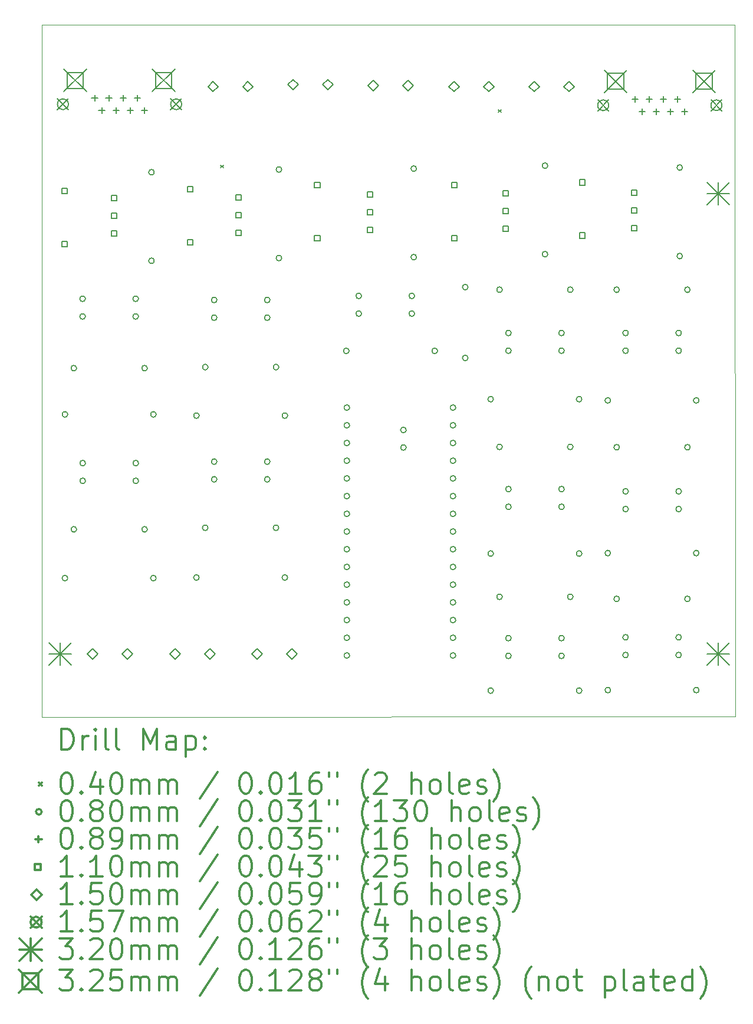
<source format=gbr>
%FSLAX45Y45*%
G04 Gerber Fmt 4.5, Leading zero omitted, Abs format (unit mm)*
G04 Created by KiCad (PCBNEW (5.1.5)-3) date 2020-02-24 21:21:06*
%MOMM*%
%LPD*%
G04 APERTURE LIST*
%TA.AperFunction,Profile*%
%ADD10C,0.100000*%
%TD*%
%ADD11C,0.200000*%
%ADD12C,0.300000*%
G04 APERTURE END LIST*
D10*
X7360000Y-14885000D02*
X7357500Y-5200000D01*
X7360000Y-15130000D02*
X7360000Y-14885000D01*
X17310000Y-15127500D02*
X7360000Y-15130000D01*
X17305000Y-5202500D02*
X17310000Y-15127500D01*
X7357500Y-5200000D02*
X17305000Y-5202500D01*
D11*
X9923880Y-7214560D02*
X9963880Y-7254560D01*
X9963880Y-7214560D02*
X9923880Y-7254560D01*
X13910560Y-6418650D02*
X13950560Y-6458650D01*
X13950560Y-6418650D02*
X13910560Y-6458650D01*
X13475000Y-8965000D02*
G75*
G03X13475000Y-8965000I-40000J0D01*
G01*
X13475000Y-9981000D02*
G75*
G03X13475000Y-9981000I-40000J0D01*
G01*
X13840000Y-10572500D02*
G75*
G03X13840000Y-10572500I-40000J0D01*
G01*
X15110000Y-10572500D02*
G75*
G03X15110000Y-10572500I-40000J0D01*
G01*
X9615000Y-13130000D02*
G75*
G03X9615000Y-13130000I-40000J0D01*
G01*
X10885000Y-13130000D02*
G75*
G03X10885000Y-13130000I-40000J0D01*
G01*
X11767500Y-9880000D02*
G75*
G03X11767500Y-9880000I-40000J0D01*
G01*
X13037500Y-9880000D02*
G75*
G03X13037500Y-9880000I-40000J0D01*
G01*
X7982500Y-11490000D02*
G75*
G03X7982500Y-11490000I-40000J0D01*
G01*
X7982500Y-11744000D02*
G75*
G03X7982500Y-11744000I-40000J0D01*
G01*
X8744500Y-11490000D02*
G75*
G03X8744500Y-11490000I-40000J0D01*
G01*
X8744500Y-11744000D02*
G75*
G03X8744500Y-11744000I-40000J0D01*
G01*
X13967000Y-9002500D02*
G75*
G03X13967000Y-9002500I-40000J0D01*
G01*
X14983000Y-9002500D02*
G75*
G03X14983000Y-9002500I-40000J0D01*
G01*
X15522000Y-10590000D02*
G75*
G03X15522000Y-10590000I-40000J0D01*
G01*
X16792000Y-10590000D02*
G75*
G03X16792000Y-10590000I-40000J0D01*
G01*
X11774800Y-10693400D02*
G75*
G03X11774800Y-10693400I-40000J0D01*
G01*
X11774800Y-10947400D02*
G75*
G03X11774800Y-10947400I-40000J0D01*
G01*
X11774800Y-11201400D02*
G75*
G03X11774800Y-11201400I-40000J0D01*
G01*
X11774800Y-11455400D02*
G75*
G03X11774800Y-11455400I-40000J0D01*
G01*
X11774800Y-11709400D02*
G75*
G03X11774800Y-11709400I-40000J0D01*
G01*
X11774800Y-11963400D02*
G75*
G03X11774800Y-11963400I-40000J0D01*
G01*
X11774800Y-12217400D02*
G75*
G03X11774800Y-12217400I-40000J0D01*
G01*
X11774800Y-12471400D02*
G75*
G03X11774800Y-12471400I-40000J0D01*
G01*
X11774800Y-12725400D02*
G75*
G03X11774800Y-12725400I-40000J0D01*
G01*
X11774800Y-12979400D02*
G75*
G03X11774800Y-12979400I-40000J0D01*
G01*
X11774800Y-13233400D02*
G75*
G03X11774800Y-13233400I-40000J0D01*
G01*
X11774800Y-13487400D02*
G75*
G03X11774800Y-13487400I-40000J0D01*
G01*
X11774800Y-13741400D02*
G75*
G03X11774800Y-13741400I-40000J0D01*
G01*
X11774800Y-13995400D02*
G75*
G03X11774800Y-13995400I-40000J0D01*
G01*
X11774800Y-14249400D02*
G75*
G03X11774800Y-14249400I-40000J0D01*
G01*
X13298800Y-10693400D02*
G75*
G03X13298800Y-10693400I-40000J0D01*
G01*
X13298800Y-10947400D02*
G75*
G03X13298800Y-10947400I-40000J0D01*
G01*
X13298800Y-11201400D02*
G75*
G03X13298800Y-11201400I-40000J0D01*
G01*
X13298800Y-11455400D02*
G75*
G03X13298800Y-11455400I-40000J0D01*
G01*
X13298800Y-11709400D02*
G75*
G03X13298800Y-11709400I-40000J0D01*
G01*
X13298800Y-11963400D02*
G75*
G03X13298800Y-11963400I-40000J0D01*
G01*
X13298800Y-12217400D02*
G75*
G03X13298800Y-12217400I-40000J0D01*
G01*
X13298800Y-12471400D02*
G75*
G03X13298800Y-12471400I-40000J0D01*
G01*
X13298800Y-12725400D02*
G75*
G03X13298800Y-12725400I-40000J0D01*
G01*
X13298800Y-12979400D02*
G75*
G03X13298800Y-12979400I-40000J0D01*
G01*
X13298800Y-13233400D02*
G75*
G03X13298800Y-13233400I-40000J0D01*
G01*
X13298800Y-13487400D02*
G75*
G03X13298800Y-13487400I-40000J0D01*
G01*
X13298800Y-13741400D02*
G75*
G03X13298800Y-13741400I-40000J0D01*
G01*
X13298800Y-13995400D02*
G75*
G03X13298800Y-13995400I-40000J0D01*
G01*
X13298800Y-14249400D02*
G75*
G03X13298800Y-14249400I-40000J0D01*
G01*
X16555000Y-7250000D02*
G75*
G03X16555000Y-7250000I-40000J0D01*
G01*
X16555000Y-8520000D02*
G75*
G03X16555000Y-8520000I-40000J0D01*
G01*
X9870000Y-9148500D02*
G75*
G03X9870000Y-9148500I-40000J0D01*
G01*
X9870000Y-9402500D02*
G75*
G03X9870000Y-9402500I-40000J0D01*
G01*
X10632000Y-9148500D02*
G75*
G03X10632000Y-9148500I-40000J0D01*
G01*
X10632000Y-9402500D02*
G75*
G03X10632000Y-9402500I-40000J0D01*
G01*
X13840000Y-14752500D02*
G75*
G03X13840000Y-14752500I-40000J0D01*
G01*
X15110000Y-14752500D02*
G75*
G03X15110000Y-14752500I-40000J0D01*
G01*
X15649000Y-9002500D02*
G75*
G03X15649000Y-9002500I-40000J0D01*
G01*
X16665000Y-9002500D02*
G75*
G03X16665000Y-9002500I-40000J0D01*
G01*
X13840000Y-12787500D02*
G75*
G03X13840000Y-12787500I-40000J0D01*
G01*
X15110000Y-12787500D02*
G75*
G03X15110000Y-12787500I-40000J0D01*
G01*
X10800000Y-7277500D02*
G75*
G03X10800000Y-7277500I-40000J0D01*
G01*
X10800000Y-8547500D02*
G75*
G03X10800000Y-8547500I-40000J0D01*
G01*
X12587500Y-11015000D02*
G75*
G03X12587500Y-11015000I-40000J0D01*
G01*
X12587500Y-11265000D02*
G75*
G03X12587500Y-11265000I-40000J0D01*
G01*
X14095000Y-9622500D02*
G75*
G03X14095000Y-9622500I-40000J0D01*
G01*
X14095000Y-9876500D02*
G75*
G03X14095000Y-9876500I-40000J0D01*
G01*
X14857000Y-9622500D02*
G75*
G03X14857000Y-9622500I-40000J0D01*
G01*
X14857000Y-9876500D02*
G75*
G03X14857000Y-9876500I-40000J0D01*
G01*
X9870000Y-11467500D02*
G75*
G03X9870000Y-11467500I-40000J0D01*
G01*
X9870000Y-11721500D02*
G75*
G03X9870000Y-11721500I-40000J0D01*
G01*
X10632000Y-11467500D02*
G75*
G03X10632000Y-11467500I-40000J0D01*
G01*
X10632000Y-11721500D02*
G75*
G03X10632000Y-11721500I-40000J0D01*
G01*
X15522000Y-14745000D02*
G75*
G03X15522000Y-14745000I-40000J0D01*
G01*
X16792000Y-14745000D02*
G75*
G03X16792000Y-14745000I-40000J0D01*
G01*
X15649000Y-11262500D02*
G75*
G03X15649000Y-11262500I-40000J0D01*
G01*
X16665000Y-11262500D02*
G75*
G03X16665000Y-11262500I-40000J0D01*
G01*
X15522000Y-12780000D02*
G75*
G03X15522000Y-12780000I-40000J0D01*
G01*
X16792000Y-12780000D02*
G75*
G03X16792000Y-12780000I-40000J0D01*
G01*
X14620000Y-7222500D02*
G75*
G03X14620000Y-7222500I-40000J0D01*
G01*
X14620000Y-8492500D02*
G75*
G03X14620000Y-8492500I-40000J0D01*
G01*
X14095000Y-11862500D02*
G75*
G03X14095000Y-11862500I-40000J0D01*
G01*
X14095000Y-12116500D02*
G75*
G03X14095000Y-12116500I-40000J0D01*
G01*
X14857000Y-11862500D02*
G75*
G03X14857000Y-11862500I-40000J0D01*
G01*
X14857000Y-12116500D02*
G75*
G03X14857000Y-12116500I-40000J0D01*
G01*
X15649000Y-13437500D02*
G75*
G03X15649000Y-13437500I-40000J0D01*
G01*
X16665000Y-13437500D02*
G75*
G03X16665000Y-13437500I-40000J0D01*
G01*
X15777000Y-11895000D02*
G75*
G03X15777000Y-11895000I-40000J0D01*
G01*
X15777000Y-12149000D02*
G75*
G03X15777000Y-12149000I-40000J0D01*
G01*
X16539000Y-11895000D02*
G75*
G03X16539000Y-11895000I-40000J0D01*
G01*
X16539000Y-12149000D02*
G75*
G03X16539000Y-12149000I-40000J0D01*
G01*
X9615000Y-10807500D02*
G75*
G03X9615000Y-10807500I-40000J0D01*
G01*
X10885000Y-10807500D02*
G75*
G03X10885000Y-10807500I-40000J0D01*
G01*
X7854500Y-12440000D02*
G75*
G03X7854500Y-12440000I-40000J0D01*
G01*
X8870500Y-12440000D02*
G75*
G03X8870500Y-12440000I-40000J0D01*
G01*
X13967000Y-11257500D02*
G75*
G03X13967000Y-11257500I-40000J0D01*
G01*
X14983000Y-11257500D02*
G75*
G03X14983000Y-11257500I-40000J0D01*
G01*
X8970000Y-7317500D02*
G75*
G03X8970000Y-7317500I-40000J0D01*
G01*
X8970000Y-8587500D02*
G75*
G03X8970000Y-8587500I-40000J0D01*
G01*
X7854500Y-10127800D02*
G75*
G03X7854500Y-10127800I-40000J0D01*
G01*
X8870500Y-10127800D02*
G75*
G03X8870500Y-10127800I-40000J0D01*
G01*
X11945500Y-9091000D02*
G75*
G03X11945500Y-9091000I-40000J0D01*
G01*
X11945500Y-9345000D02*
G75*
G03X11945500Y-9345000I-40000J0D01*
G01*
X12707500Y-9091000D02*
G75*
G03X12707500Y-9091000I-40000J0D01*
G01*
X12707500Y-9345000D02*
G75*
G03X12707500Y-9345000I-40000J0D01*
G01*
X7980500Y-9130900D02*
G75*
G03X7980500Y-9130900I-40000J0D01*
G01*
X7980500Y-9384900D02*
G75*
G03X7980500Y-9384900I-40000J0D01*
G01*
X8742500Y-9130900D02*
G75*
G03X8742500Y-9130900I-40000J0D01*
G01*
X8742500Y-9384900D02*
G75*
G03X8742500Y-9384900I-40000J0D01*
G01*
X15777000Y-13988500D02*
G75*
G03X15777000Y-13988500I-40000J0D01*
G01*
X15777000Y-14242500D02*
G75*
G03X15777000Y-14242500I-40000J0D01*
G01*
X16539000Y-13988500D02*
G75*
G03X16539000Y-13988500I-40000J0D01*
G01*
X16539000Y-14242500D02*
G75*
G03X16539000Y-14242500I-40000J0D01*
G01*
X13967000Y-13407500D02*
G75*
G03X13967000Y-13407500I-40000J0D01*
G01*
X14983000Y-13407500D02*
G75*
G03X14983000Y-13407500I-40000J0D01*
G01*
X9742000Y-12417500D02*
G75*
G03X9742000Y-12417500I-40000J0D01*
G01*
X10758000Y-12417500D02*
G75*
G03X10758000Y-12417500I-40000J0D01*
G01*
X9742000Y-10112500D02*
G75*
G03X9742000Y-10112500I-40000J0D01*
G01*
X10758000Y-10112500D02*
G75*
G03X10758000Y-10112500I-40000J0D01*
G01*
X12735000Y-7265000D02*
G75*
G03X12735000Y-7265000I-40000J0D01*
G01*
X12735000Y-8535000D02*
G75*
G03X12735000Y-8535000I-40000J0D01*
G01*
X14095000Y-14000000D02*
G75*
G03X14095000Y-14000000I-40000J0D01*
G01*
X14095000Y-14254000D02*
G75*
G03X14095000Y-14254000I-40000J0D01*
G01*
X14857000Y-14000000D02*
G75*
G03X14857000Y-14000000I-40000J0D01*
G01*
X14857000Y-14254000D02*
G75*
G03X14857000Y-14254000I-40000J0D01*
G01*
X15777000Y-9622500D02*
G75*
G03X15777000Y-9622500I-40000J0D01*
G01*
X15777000Y-9876500D02*
G75*
G03X15777000Y-9876500I-40000J0D01*
G01*
X16539000Y-9622500D02*
G75*
G03X16539000Y-9622500I-40000J0D01*
G01*
X16539000Y-9876500D02*
G75*
G03X16539000Y-9876500I-40000J0D01*
G01*
X7727500Y-10790000D02*
G75*
G03X7727500Y-10790000I-40000J0D01*
G01*
X8997500Y-10790000D02*
G75*
G03X8997500Y-10790000I-40000J0D01*
G01*
X7727500Y-13140000D02*
G75*
G03X7727500Y-13140000I-40000J0D01*
G01*
X8997500Y-13140000D02*
G75*
G03X8997500Y-13140000I-40000J0D01*
G01*
X8115000Y-6208000D02*
X8115000Y-6297000D01*
X8070500Y-6252500D02*
X8159500Y-6252500D01*
X8217000Y-6386000D02*
X8217000Y-6475000D01*
X8172500Y-6430500D02*
X8261500Y-6430500D01*
X8319000Y-6208000D02*
X8319000Y-6297000D01*
X8274500Y-6252500D02*
X8363500Y-6252500D01*
X8421000Y-6386000D02*
X8421000Y-6475000D01*
X8376500Y-6430500D02*
X8465500Y-6430500D01*
X8523000Y-6208000D02*
X8523000Y-6297000D01*
X8478500Y-6252500D02*
X8567500Y-6252500D01*
X8625000Y-6386000D02*
X8625000Y-6475000D01*
X8580500Y-6430500D02*
X8669500Y-6430500D01*
X8727000Y-6208000D02*
X8727000Y-6297000D01*
X8682500Y-6252500D02*
X8771500Y-6252500D01*
X8829000Y-6386000D02*
X8829000Y-6475000D01*
X8784500Y-6430500D02*
X8873500Y-6430500D01*
X15872500Y-6223000D02*
X15872500Y-6312000D01*
X15828000Y-6267500D02*
X15917000Y-6267500D01*
X15974500Y-6401000D02*
X15974500Y-6490000D01*
X15930000Y-6445500D02*
X16019000Y-6445500D01*
X16076500Y-6223000D02*
X16076500Y-6312000D01*
X16032000Y-6267500D02*
X16121000Y-6267500D01*
X16178500Y-6401000D02*
X16178500Y-6490000D01*
X16134000Y-6445500D02*
X16223000Y-6445500D01*
X16280500Y-6223000D02*
X16280500Y-6312000D01*
X16236000Y-6267500D02*
X16325000Y-6267500D01*
X16382500Y-6401000D02*
X16382500Y-6490000D01*
X16338000Y-6445500D02*
X16427000Y-6445500D01*
X16484500Y-6223000D02*
X16484500Y-6312000D01*
X16440000Y-6267500D02*
X16529000Y-6267500D01*
X16586500Y-6401000D02*
X16586500Y-6490000D01*
X16542000Y-6445500D02*
X16631000Y-6445500D01*
X9521391Y-7596891D02*
X9521391Y-7519109D01*
X9443609Y-7519109D01*
X9443609Y-7596891D01*
X9521391Y-7596891D01*
X9521391Y-8358891D02*
X9521391Y-8281109D01*
X9443609Y-8281109D01*
X9443609Y-8358891D01*
X9521391Y-8358891D01*
X7718891Y-7621891D02*
X7718891Y-7544109D01*
X7641109Y-7544109D01*
X7641109Y-7621891D01*
X7718891Y-7621891D01*
X7718891Y-8383891D02*
X7718891Y-8306109D01*
X7641109Y-8306109D01*
X7641109Y-8383891D01*
X7718891Y-8383891D01*
X13313891Y-7541891D02*
X13313891Y-7464109D01*
X13236109Y-7464109D01*
X13236109Y-7541891D01*
X13313891Y-7541891D01*
X13313891Y-8303891D02*
X13313891Y-8226109D01*
X13236109Y-8226109D01*
X13236109Y-8303891D01*
X13313891Y-8303891D01*
X15156391Y-7501891D02*
X15156391Y-7424109D01*
X15078609Y-7424109D01*
X15078609Y-7501891D01*
X15156391Y-7501891D01*
X15156391Y-8263891D02*
X15156391Y-8186109D01*
X15078609Y-8186109D01*
X15078609Y-8263891D01*
X15156391Y-8263891D01*
X14053891Y-7660891D02*
X14053891Y-7583109D01*
X13976109Y-7583109D01*
X13976109Y-7660891D01*
X14053891Y-7660891D01*
X14053891Y-7914891D02*
X14053891Y-7837109D01*
X13976109Y-7837109D01*
X13976109Y-7914891D01*
X14053891Y-7914891D01*
X14053891Y-8168891D02*
X14053891Y-8091109D01*
X13976109Y-8091109D01*
X13976109Y-8168891D01*
X14053891Y-8168891D01*
X11348891Y-7536391D02*
X11348891Y-7458609D01*
X11271109Y-7458609D01*
X11271109Y-7536391D01*
X11348891Y-7536391D01*
X11348891Y-8298391D02*
X11348891Y-8220609D01*
X11271109Y-8220609D01*
X11271109Y-8298391D01*
X11348891Y-8298391D01*
X12103891Y-7675891D02*
X12103891Y-7598109D01*
X12026109Y-7598109D01*
X12026109Y-7675891D01*
X12103891Y-7675891D01*
X12103891Y-7929891D02*
X12103891Y-7852109D01*
X12026109Y-7852109D01*
X12026109Y-7929891D01*
X12103891Y-7929891D01*
X12103891Y-8183891D02*
X12103891Y-8106109D01*
X12026109Y-8106109D01*
X12026109Y-8183891D01*
X12103891Y-8183891D01*
X8431391Y-7728391D02*
X8431391Y-7650609D01*
X8353609Y-7650609D01*
X8353609Y-7728391D01*
X8431391Y-7728391D01*
X8431391Y-7982391D02*
X8431391Y-7904609D01*
X8353609Y-7904609D01*
X8353609Y-7982391D01*
X8431391Y-7982391D01*
X8431391Y-8236391D02*
X8431391Y-8158609D01*
X8353609Y-8158609D01*
X8353609Y-8236391D01*
X8431391Y-8236391D01*
X15896391Y-7648391D02*
X15896391Y-7570609D01*
X15818609Y-7570609D01*
X15818609Y-7648391D01*
X15896391Y-7648391D01*
X15896391Y-7902391D02*
X15896391Y-7824609D01*
X15818609Y-7824609D01*
X15818609Y-7902391D01*
X15896391Y-7902391D01*
X15896391Y-8156391D02*
X15896391Y-8078609D01*
X15818609Y-8078609D01*
X15818609Y-8156391D01*
X15896391Y-8156391D01*
X10221391Y-7715891D02*
X10221391Y-7638109D01*
X10143609Y-7638109D01*
X10143609Y-7715891D01*
X10221391Y-7715891D01*
X10221391Y-7969891D02*
X10221391Y-7892109D01*
X10143609Y-7892109D01*
X10143609Y-7969891D01*
X10221391Y-7969891D01*
X10221391Y-8223891D02*
X10221391Y-8146109D01*
X10143609Y-8146109D01*
X10143609Y-8223891D01*
X10221391Y-8223891D01*
X8085400Y-14300900D02*
X8160400Y-14225900D01*
X8085400Y-14150900D01*
X8010400Y-14225900D01*
X8085400Y-14300900D01*
X8585400Y-14300900D02*
X8660400Y-14225900D01*
X8585400Y-14150900D01*
X8510400Y-14225900D01*
X8585400Y-14300900D01*
X12115000Y-6147500D02*
X12190000Y-6072500D01*
X12115000Y-5997500D01*
X12040000Y-6072500D01*
X12115000Y-6147500D01*
X12615000Y-6147500D02*
X12690000Y-6072500D01*
X12615000Y-5997500D01*
X12540000Y-6072500D01*
X12615000Y-6147500D01*
X9815000Y-6162500D02*
X9890000Y-6087500D01*
X9815000Y-6012500D01*
X9740000Y-6087500D01*
X9815000Y-6162500D01*
X10315000Y-6162500D02*
X10390000Y-6087500D01*
X10315000Y-6012500D01*
X10240000Y-6087500D01*
X10315000Y-6162500D01*
X10960000Y-6135000D02*
X11035000Y-6060000D01*
X10960000Y-5985000D01*
X10885000Y-6060000D01*
X10960000Y-6135000D01*
X11460000Y-6135000D02*
X11535000Y-6060000D01*
X11460000Y-5985000D01*
X11385000Y-6060000D01*
X11460000Y-6135000D01*
X13272500Y-6162500D02*
X13347500Y-6087500D01*
X13272500Y-6012500D01*
X13197500Y-6087500D01*
X13272500Y-6162500D01*
X13772500Y-6162500D02*
X13847500Y-6087500D01*
X13772500Y-6012500D01*
X13697500Y-6087500D01*
X13772500Y-6162500D01*
X10447600Y-14300900D02*
X10522600Y-14225900D01*
X10447600Y-14150900D01*
X10372600Y-14225900D01*
X10447600Y-14300900D01*
X10947600Y-14300900D02*
X11022600Y-14225900D01*
X10947600Y-14150900D01*
X10872600Y-14225900D01*
X10947600Y-14300900D01*
X14427500Y-6162500D02*
X14502500Y-6087500D01*
X14427500Y-6012500D01*
X14352500Y-6087500D01*
X14427500Y-6162500D01*
X14927500Y-6162500D02*
X15002500Y-6087500D01*
X14927500Y-6012500D01*
X14852500Y-6087500D01*
X14927500Y-6162500D01*
X9266500Y-14300900D02*
X9341500Y-14225900D01*
X9266500Y-14150900D01*
X9191500Y-14225900D01*
X9266500Y-14300900D01*
X9766500Y-14300900D02*
X9841500Y-14225900D01*
X9766500Y-14150900D01*
X9691500Y-14225900D01*
X9766500Y-14300900D01*
X7579500Y-6263000D02*
X7736500Y-6420000D01*
X7736500Y-6263000D02*
X7579500Y-6420000D01*
X7736500Y-6341500D02*
G75*
G03X7736500Y-6341500I-78500J0D01*
G01*
X9205500Y-6263000D02*
X9362500Y-6420000D01*
X9362500Y-6263000D02*
X9205500Y-6420000D01*
X9362500Y-6341500D02*
G75*
G03X9362500Y-6341500I-78500J0D01*
G01*
X15337000Y-6278000D02*
X15494000Y-6435000D01*
X15494000Y-6278000D02*
X15337000Y-6435000D01*
X15494000Y-6356500D02*
G75*
G03X15494000Y-6356500I-78500J0D01*
G01*
X16963000Y-6278000D02*
X17120000Y-6435000D01*
X17120000Y-6278000D02*
X16963000Y-6435000D01*
X17120000Y-6356500D02*
G75*
G03X17120000Y-6356500I-78500J0D01*
G01*
X7460000Y-14064000D02*
X7780000Y-14384000D01*
X7780000Y-14064000D02*
X7460000Y-14384000D01*
X7620000Y-14064000D02*
X7620000Y-14384000D01*
X7460000Y-14224000D02*
X7780000Y-14224000D01*
X16908000Y-7460000D02*
X17228000Y-7780000D01*
X17228000Y-7460000D02*
X16908000Y-7780000D01*
X17068000Y-7460000D02*
X17068000Y-7780000D01*
X16908000Y-7620000D02*
X17228000Y-7620000D01*
X16908000Y-14064000D02*
X17228000Y-14384000D01*
X17228000Y-14064000D02*
X16908000Y-14384000D01*
X17068000Y-14064000D02*
X17068000Y-14384000D01*
X16908000Y-14224000D02*
X17228000Y-14224000D01*
X7673500Y-5836000D02*
X7998500Y-6161000D01*
X7998500Y-5836000D02*
X7673500Y-6161000D01*
X7950906Y-6113406D02*
X7950906Y-5883594D01*
X7721094Y-5883594D01*
X7721094Y-6113406D01*
X7950906Y-6113406D01*
X8943500Y-5836000D02*
X9268500Y-6161000D01*
X9268500Y-5836000D02*
X8943500Y-6161000D01*
X9220906Y-6113406D02*
X9220906Y-5883594D01*
X8991094Y-5883594D01*
X8991094Y-6113406D01*
X9220906Y-6113406D01*
X15431000Y-5851000D02*
X15756000Y-6176000D01*
X15756000Y-5851000D02*
X15431000Y-6176000D01*
X15708406Y-6128406D02*
X15708406Y-5898594D01*
X15478594Y-5898594D01*
X15478594Y-6128406D01*
X15708406Y-6128406D01*
X16701000Y-5851000D02*
X17026000Y-6176000D01*
X17026000Y-5851000D02*
X16701000Y-6176000D01*
X16978406Y-6128406D02*
X16978406Y-5898594D01*
X16748594Y-5898594D01*
X16748594Y-6128406D01*
X16978406Y-6128406D01*
D12*
X7638928Y-15600714D02*
X7638928Y-15300714D01*
X7710357Y-15300714D01*
X7753214Y-15315000D01*
X7781786Y-15343571D01*
X7796071Y-15372143D01*
X7810357Y-15429286D01*
X7810357Y-15472143D01*
X7796071Y-15529286D01*
X7781786Y-15557857D01*
X7753214Y-15586429D01*
X7710357Y-15600714D01*
X7638928Y-15600714D01*
X7938928Y-15600714D02*
X7938928Y-15400714D01*
X7938928Y-15457857D02*
X7953214Y-15429286D01*
X7967500Y-15415000D01*
X7996071Y-15400714D01*
X8024643Y-15400714D01*
X8124643Y-15600714D02*
X8124643Y-15400714D01*
X8124643Y-15300714D02*
X8110357Y-15315000D01*
X8124643Y-15329286D01*
X8138928Y-15315000D01*
X8124643Y-15300714D01*
X8124643Y-15329286D01*
X8310357Y-15600714D02*
X8281786Y-15586429D01*
X8267500Y-15557857D01*
X8267500Y-15300714D01*
X8467500Y-15600714D02*
X8438928Y-15586429D01*
X8424643Y-15557857D01*
X8424643Y-15300714D01*
X8810357Y-15600714D02*
X8810357Y-15300714D01*
X8910357Y-15515000D01*
X9010357Y-15300714D01*
X9010357Y-15600714D01*
X9281786Y-15600714D02*
X9281786Y-15443571D01*
X9267500Y-15415000D01*
X9238928Y-15400714D01*
X9181786Y-15400714D01*
X9153214Y-15415000D01*
X9281786Y-15586429D02*
X9253214Y-15600714D01*
X9181786Y-15600714D01*
X9153214Y-15586429D01*
X9138928Y-15557857D01*
X9138928Y-15529286D01*
X9153214Y-15500714D01*
X9181786Y-15486429D01*
X9253214Y-15486429D01*
X9281786Y-15472143D01*
X9424643Y-15400714D02*
X9424643Y-15700714D01*
X9424643Y-15415000D02*
X9453214Y-15400714D01*
X9510357Y-15400714D01*
X9538928Y-15415000D01*
X9553214Y-15429286D01*
X9567500Y-15457857D01*
X9567500Y-15543571D01*
X9553214Y-15572143D01*
X9538928Y-15586429D01*
X9510357Y-15600714D01*
X9453214Y-15600714D01*
X9424643Y-15586429D01*
X9696071Y-15572143D02*
X9710357Y-15586429D01*
X9696071Y-15600714D01*
X9681786Y-15586429D01*
X9696071Y-15572143D01*
X9696071Y-15600714D01*
X9696071Y-15415000D02*
X9710357Y-15429286D01*
X9696071Y-15443571D01*
X9681786Y-15429286D01*
X9696071Y-15415000D01*
X9696071Y-15443571D01*
X7312500Y-16075000D02*
X7352500Y-16115000D01*
X7352500Y-16075000D02*
X7312500Y-16115000D01*
X7696071Y-15930714D02*
X7724643Y-15930714D01*
X7753214Y-15945000D01*
X7767500Y-15959286D01*
X7781786Y-15987857D01*
X7796071Y-16045000D01*
X7796071Y-16116429D01*
X7781786Y-16173571D01*
X7767500Y-16202143D01*
X7753214Y-16216429D01*
X7724643Y-16230714D01*
X7696071Y-16230714D01*
X7667500Y-16216429D01*
X7653214Y-16202143D01*
X7638928Y-16173571D01*
X7624643Y-16116429D01*
X7624643Y-16045000D01*
X7638928Y-15987857D01*
X7653214Y-15959286D01*
X7667500Y-15945000D01*
X7696071Y-15930714D01*
X7924643Y-16202143D02*
X7938928Y-16216429D01*
X7924643Y-16230714D01*
X7910357Y-16216429D01*
X7924643Y-16202143D01*
X7924643Y-16230714D01*
X8196071Y-16030714D02*
X8196071Y-16230714D01*
X8124643Y-15916429D02*
X8053214Y-16130714D01*
X8238928Y-16130714D01*
X8410357Y-15930714D02*
X8438928Y-15930714D01*
X8467500Y-15945000D01*
X8481786Y-15959286D01*
X8496071Y-15987857D01*
X8510357Y-16045000D01*
X8510357Y-16116429D01*
X8496071Y-16173571D01*
X8481786Y-16202143D01*
X8467500Y-16216429D01*
X8438928Y-16230714D01*
X8410357Y-16230714D01*
X8381786Y-16216429D01*
X8367500Y-16202143D01*
X8353214Y-16173571D01*
X8338928Y-16116429D01*
X8338928Y-16045000D01*
X8353214Y-15987857D01*
X8367500Y-15959286D01*
X8381786Y-15945000D01*
X8410357Y-15930714D01*
X8638928Y-16230714D02*
X8638928Y-16030714D01*
X8638928Y-16059286D02*
X8653214Y-16045000D01*
X8681786Y-16030714D01*
X8724643Y-16030714D01*
X8753214Y-16045000D01*
X8767500Y-16073571D01*
X8767500Y-16230714D01*
X8767500Y-16073571D02*
X8781786Y-16045000D01*
X8810357Y-16030714D01*
X8853214Y-16030714D01*
X8881786Y-16045000D01*
X8896071Y-16073571D01*
X8896071Y-16230714D01*
X9038928Y-16230714D02*
X9038928Y-16030714D01*
X9038928Y-16059286D02*
X9053214Y-16045000D01*
X9081786Y-16030714D01*
X9124643Y-16030714D01*
X9153214Y-16045000D01*
X9167500Y-16073571D01*
X9167500Y-16230714D01*
X9167500Y-16073571D02*
X9181786Y-16045000D01*
X9210357Y-16030714D01*
X9253214Y-16030714D01*
X9281786Y-16045000D01*
X9296071Y-16073571D01*
X9296071Y-16230714D01*
X9881786Y-15916429D02*
X9624643Y-16302143D01*
X10267500Y-15930714D02*
X10296071Y-15930714D01*
X10324643Y-15945000D01*
X10338928Y-15959286D01*
X10353214Y-15987857D01*
X10367500Y-16045000D01*
X10367500Y-16116429D01*
X10353214Y-16173571D01*
X10338928Y-16202143D01*
X10324643Y-16216429D01*
X10296071Y-16230714D01*
X10267500Y-16230714D01*
X10238928Y-16216429D01*
X10224643Y-16202143D01*
X10210357Y-16173571D01*
X10196071Y-16116429D01*
X10196071Y-16045000D01*
X10210357Y-15987857D01*
X10224643Y-15959286D01*
X10238928Y-15945000D01*
X10267500Y-15930714D01*
X10496071Y-16202143D02*
X10510357Y-16216429D01*
X10496071Y-16230714D01*
X10481786Y-16216429D01*
X10496071Y-16202143D01*
X10496071Y-16230714D01*
X10696071Y-15930714D02*
X10724643Y-15930714D01*
X10753214Y-15945000D01*
X10767500Y-15959286D01*
X10781786Y-15987857D01*
X10796071Y-16045000D01*
X10796071Y-16116429D01*
X10781786Y-16173571D01*
X10767500Y-16202143D01*
X10753214Y-16216429D01*
X10724643Y-16230714D01*
X10696071Y-16230714D01*
X10667500Y-16216429D01*
X10653214Y-16202143D01*
X10638928Y-16173571D01*
X10624643Y-16116429D01*
X10624643Y-16045000D01*
X10638928Y-15987857D01*
X10653214Y-15959286D01*
X10667500Y-15945000D01*
X10696071Y-15930714D01*
X11081786Y-16230714D02*
X10910357Y-16230714D01*
X10996071Y-16230714D02*
X10996071Y-15930714D01*
X10967500Y-15973571D01*
X10938928Y-16002143D01*
X10910357Y-16016429D01*
X11338928Y-15930714D02*
X11281786Y-15930714D01*
X11253214Y-15945000D01*
X11238928Y-15959286D01*
X11210357Y-16002143D01*
X11196071Y-16059286D01*
X11196071Y-16173571D01*
X11210357Y-16202143D01*
X11224643Y-16216429D01*
X11253214Y-16230714D01*
X11310357Y-16230714D01*
X11338928Y-16216429D01*
X11353214Y-16202143D01*
X11367500Y-16173571D01*
X11367500Y-16102143D01*
X11353214Y-16073571D01*
X11338928Y-16059286D01*
X11310357Y-16045000D01*
X11253214Y-16045000D01*
X11224643Y-16059286D01*
X11210357Y-16073571D01*
X11196071Y-16102143D01*
X11481786Y-15930714D02*
X11481786Y-15987857D01*
X11596071Y-15930714D02*
X11596071Y-15987857D01*
X12038928Y-16345000D02*
X12024643Y-16330714D01*
X11996071Y-16287857D01*
X11981786Y-16259286D01*
X11967500Y-16216429D01*
X11953214Y-16145000D01*
X11953214Y-16087857D01*
X11967500Y-16016429D01*
X11981786Y-15973571D01*
X11996071Y-15945000D01*
X12024643Y-15902143D01*
X12038928Y-15887857D01*
X12138928Y-15959286D02*
X12153214Y-15945000D01*
X12181786Y-15930714D01*
X12253214Y-15930714D01*
X12281786Y-15945000D01*
X12296071Y-15959286D01*
X12310357Y-15987857D01*
X12310357Y-16016429D01*
X12296071Y-16059286D01*
X12124643Y-16230714D01*
X12310357Y-16230714D01*
X12667500Y-16230714D02*
X12667500Y-15930714D01*
X12796071Y-16230714D02*
X12796071Y-16073571D01*
X12781786Y-16045000D01*
X12753214Y-16030714D01*
X12710357Y-16030714D01*
X12681786Y-16045000D01*
X12667500Y-16059286D01*
X12981786Y-16230714D02*
X12953214Y-16216429D01*
X12938928Y-16202143D01*
X12924643Y-16173571D01*
X12924643Y-16087857D01*
X12938928Y-16059286D01*
X12953214Y-16045000D01*
X12981786Y-16030714D01*
X13024643Y-16030714D01*
X13053214Y-16045000D01*
X13067500Y-16059286D01*
X13081786Y-16087857D01*
X13081786Y-16173571D01*
X13067500Y-16202143D01*
X13053214Y-16216429D01*
X13024643Y-16230714D01*
X12981786Y-16230714D01*
X13253214Y-16230714D02*
X13224643Y-16216429D01*
X13210357Y-16187857D01*
X13210357Y-15930714D01*
X13481786Y-16216429D02*
X13453214Y-16230714D01*
X13396071Y-16230714D01*
X13367500Y-16216429D01*
X13353214Y-16187857D01*
X13353214Y-16073571D01*
X13367500Y-16045000D01*
X13396071Y-16030714D01*
X13453214Y-16030714D01*
X13481786Y-16045000D01*
X13496071Y-16073571D01*
X13496071Y-16102143D01*
X13353214Y-16130714D01*
X13610357Y-16216429D02*
X13638928Y-16230714D01*
X13696071Y-16230714D01*
X13724643Y-16216429D01*
X13738928Y-16187857D01*
X13738928Y-16173571D01*
X13724643Y-16145000D01*
X13696071Y-16130714D01*
X13653214Y-16130714D01*
X13624643Y-16116429D01*
X13610357Y-16087857D01*
X13610357Y-16073571D01*
X13624643Y-16045000D01*
X13653214Y-16030714D01*
X13696071Y-16030714D01*
X13724643Y-16045000D01*
X13838928Y-16345000D02*
X13853214Y-16330714D01*
X13881786Y-16287857D01*
X13896071Y-16259286D01*
X13910357Y-16216429D01*
X13924643Y-16145000D01*
X13924643Y-16087857D01*
X13910357Y-16016429D01*
X13896071Y-15973571D01*
X13881786Y-15945000D01*
X13853214Y-15902143D01*
X13838928Y-15887857D01*
X7352500Y-16491000D02*
G75*
G03X7352500Y-16491000I-40000J0D01*
G01*
X7696071Y-16326714D02*
X7724643Y-16326714D01*
X7753214Y-16341000D01*
X7767500Y-16355286D01*
X7781786Y-16383857D01*
X7796071Y-16441000D01*
X7796071Y-16512429D01*
X7781786Y-16569571D01*
X7767500Y-16598143D01*
X7753214Y-16612429D01*
X7724643Y-16626714D01*
X7696071Y-16626714D01*
X7667500Y-16612429D01*
X7653214Y-16598143D01*
X7638928Y-16569571D01*
X7624643Y-16512429D01*
X7624643Y-16441000D01*
X7638928Y-16383857D01*
X7653214Y-16355286D01*
X7667500Y-16341000D01*
X7696071Y-16326714D01*
X7924643Y-16598143D02*
X7938928Y-16612429D01*
X7924643Y-16626714D01*
X7910357Y-16612429D01*
X7924643Y-16598143D01*
X7924643Y-16626714D01*
X8110357Y-16455286D02*
X8081786Y-16441000D01*
X8067500Y-16426714D01*
X8053214Y-16398143D01*
X8053214Y-16383857D01*
X8067500Y-16355286D01*
X8081786Y-16341000D01*
X8110357Y-16326714D01*
X8167500Y-16326714D01*
X8196071Y-16341000D01*
X8210357Y-16355286D01*
X8224643Y-16383857D01*
X8224643Y-16398143D01*
X8210357Y-16426714D01*
X8196071Y-16441000D01*
X8167500Y-16455286D01*
X8110357Y-16455286D01*
X8081786Y-16469571D01*
X8067500Y-16483857D01*
X8053214Y-16512429D01*
X8053214Y-16569571D01*
X8067500Y-16598143D01*
X8081786Y-16612429D01*
X8110357Y-16626714D01*
X8167500Y-16626714D01*
X8196071Y-16612429D01*
X8210357Y-16598143D01*
X8224643Y-16569571D01*
X8224643Y-16512429D01*
X8210357Y-16483857D01*
X8196071Y-16469571D01*
X8167500Y-16455286D01*
X8410357Y-16326714D02*
X8438928Y-16326714D01*
X8467500Y-16341000D01*
X8481786Y-16355286D01*
X8496071Y-16383857D01*
X8510357Y-16441000D01*
X8510357Y-16512429D01*
X8496071Y-16569571D01*
X8481786Y-16598143D01*
X8467500Y-16612429D01*
X8438928Y-16626714D01*
X8410357Y-16626714D01*
X8381786Y-16612429D01*
X8367500Y-16598143D01*
X8353214Y-16569571D01*
X8338928Y-16512429D01*
X8338928Y-16441000D01*
X8353214Y-16383857D01*
X8367500Y-16355286D01*
X8381786Y-16341000D01*
X8410357Y-16326714D01*
X8638928Y-16626714D02*
X8638928Y-16426714D01*
X8638928Y-16455286D02*
X8653214Y-16441000D01*
X8681786Y-16426714D01*
X8724643Y-16426714D01*
X8753214Y-16441000D01*
X8767500Y-16469571D01*
X8767500Y-16626714D01*
X8767500Y-16469571D02*
X8781786Y-16441000D01*
X8810357Y-16426714D01*
X8853214Y-16426714D01*
X8881786Y-16441000D01*
X8896071Y-16469571D01*
X8896071Y-16626714D01*
X9038928Y-16626714D02*
X9038928Y-16426714D01*
X9038928Y-16455286D02*
X9053214Y-16441000D01*
X9081786Y-16426714D01*
X9124643Y-16426714D01*
X9153214Y-16441000D01*
X9167500Y-16469571D01*
X9167500Y-16626714D01*
X9167500Y-16469571D02*
X9181786Y-16441000D01*
X9210357Y-16426714D01*
X9253214Y-16426714D01*
X9281786Y-16441000D01*
X9296071Y-16469571D01*
X9296071Y-16626714D01*
X9881786Y-16312429D02*
X9624643Y-16698143D01*
X10267500Y-16326714D02*
X10296071Y-16326714D01*
X10324643Y-16341000D01*
X10338928Y-16355286D01*
X10353214Y-16383857D01*
X10367500Y-16441000D01*
X10367500Y-16512429D01*
X10353214Y-16569571D01*
X10338928Y-16598143D01*
X10324643Y-16612429D01*
X10296071Y-16626714D01*
X10267500Y-16626714D01*
X10238928Y-16612429D01*
X10224643Y-16598143D01*
X10210357Y-16569571D01*
X10196071Y-16512429D01*
X10196071Y-16441000D01*
X10210357Y-16383857D01*
X10224643Y-16355286D01*
X10238928Y-16341000D01*
X10267500Y-16326714D01*
X10496071Y-16598143D02*
X10510357Y-16612429D01*
X10496071Y-16626714D01*
X10481786Y-16612429D01*
X10496071Y-16598143D01*
X10496071Y-16626714D01*
X10696071Y-16326714D02*
X10724643Y-16326714D01*
X10753214Y-16341000D01*
X10767500Y-16355286D01*
X10781786Y-16383857D01*
X10796071Y-16441000D01*
X10796071Y-16512429D01*
X10781786Y-16569571D01*
X10767500Y-16598143D01*
X10753214Y-16612429D01*
X10724643Y-16626714D01*
X10696071Y-16626714D01*
X10667500Y-16612429D01*
X10653214Y-16598143D01*
X10638928Y-16569571D01*
X10624643Y-16512429D01*
X10624643Y-16441000D01*
X10638928Y-16383857D01*
X10653214Y-16355286D01*
X10667500Y-16341000D01*
X10696071Y-16326714D01*
X10896071Y-16326714D02*
X11081786Y-16326714D01*
X10981786Y-16441000D01*
X11024643Y-16441000D01*
X11053214Y-16455286D01*
X11067500Y-16469571D01*
X11081786Y-16498143D01*
X11081786Y-16569571D01*
X11067500Y-16598143D01*
X11053214Y-16612429D01*
X11024643Y-16626714D01*
X10938928Y-16626714D01*
X10910357Y-16612429D01*
X10896071Y-16598143D01*
X11367500Y-16626714D02*
X11196071Y-16626714D01*
X11281786Y-16626714D02*
X11281786Y-16326714D01*
X11253214Y-16369571D01*
X11224643Y-16398143D01*
X11196071Y-16412429D01*
X11481786Y-16326714D02*
X11481786Y-16383857D01*
X11596071Y-16326714D02*
X11596071Y-16383857D01*
X12038928Y-16741000D02*
X12024643Y-16726714D01*
X11996071Y-16683857D01*
X11981786Y-16655286D01*
X11967500Y-16612429D01*
X11953214Y-16541000D01*
X11953214Y-16483857D01*
X11967500Y-16412429D01*
X11981786Y-16369571D01*
X11996071Y-16341000D01*
X12024643Y-16298143D01*
X12038928Y-16283857D01*
X12310357Y-16626714D02*
X12138928Y-16626714D01*
X12224643Y-16626714D02*
X12224643Y-16326714D01*
X12196071Y-16369571D01*
X12167500Y-16398143D01*
X12138928Y-16412429D01*
X12410357Y-16326714D02*
X12596071Y-16326714D01*
X12496071Y-16441000D01*
X12538928Y-16441000D01*
X12567500Y-16455286D01*
X12581786Y-16469571D01*
X12596071Y-16498143D01*
X12596071Y-16569571D01*
X12581786Y-16598143D01*
X12567500Y-16612429D01*
X12538928Y-16626714D01*
X12453214Y-16626714D01*
X12424643Y-16612429D01*
X12410357Y-16598143D01*
X12781786Y-16326714D02*
X12810357Y-16326714D01*
X12838928Y-16341000D01*
X12853214Y-16355286D01*
X12867500Y-16383857D01*
X12881786Y-16441000D01*
X12881786Y-16512429D01*
X12867500Y-16569571D01*
X12853214Y-16598143D01*
X12838928Y-16612429D01*
X12810357Y-16626714D01*
X12781786Y-16626714D01*
X12753214Y-16612429D01*
X12738928Y-16598143D01*
X12724643Y-16569571D01*
X12710357Y-16512429D01*
X12710357Y-16441000D01*
X12724643Y-16383857D01*
X12738928Y-16355286D01*
X12753214Y-16341000D01*
X12781786Y-16326714D01*
X13238928Y-16626714D02*
X13238928Y-16326714D01*
X13367500Y-16626714D02*
X13367500Y-16469571D01*
X13353214Y-16441000D01*
X13324643Y-16426714D01*
X13281786Y-16426714D01*
X13253214Y-16441000D01*
X13238928Y-16455286D01*
X13553214Y-16626714D02*
X13524643Y-16612429D01*
X13510357Y-16598143D01*
X13496071Y-16569571D01*
X13496071Y-16483857D01*
X13510357Y-16455286D01*
X13524643Y-16441000D01*
X13553214Y-16426714D01*
X13596071Y-16426714D01*
X13624643Y-16441000D01*
X13638928Y-16455286D01*
X13653214Y-16483857D01*
X13653214Y-16569571D01*
X13638928Y-16598143D01*
X13624643Y-16612429D01*
X13596071Y-16626714D01*
X13553214Y-16626714D01*
X13824643Y-16626714D02*
X13796071Y-16612429D01*
X13781786Y-16583857D01*
X13781786Y-16326714D01*
X14053214Y-16612429D02*
X14024643Y-16626714D01*
X13967500Y-16626714D01*
X13938928Y-16612429D01*
X13924643Y-16583857D01*
X13924643Y-16469571D01*
X13938928Y-16441000D01*
X13967500Y-16426714D01*
X14024643Y-16426714D01*
X14053214Y-16441000D01*
X14067500Y-16469571D01*
X14067500Y-16498143D01*
X13924643Y-16526714D01*
X14181786Y-16612429D02*
X14210357Y-16626714D01*
X14267500Y-16626714D01*
X14296071Y-16612429D01*
X14310357Y-16583857D01*
X14310357Y-16569571D01*
X14296071Y-16541000D01*
X14267500Y-16526714D01*
X14224643Y-16526714D01*
X14196071Y-16512429D01*
X14181786Y-16483857D01*
X14181786Y-16469571D01*
X14196071Y-16441000D01*
X14224643Y-16426714D01*
X14267500Y-16426714D01*
X14296071Y-16441000D01*
X14410357Y-16741000D02*
X14424643Y-16726714D01*
X14453214Y-16683857D01*
X14467500Y-16655286D01*
X14481786Y-16612429D01*
X14496071Y-16541000D01*
X14496071Y-16483857D01*
X14481786Y-16412429D01*
X14467500Y-16369571D01*
X14453214Y-16341000D01*
X14424643Y-16298143D01*
X14410357Y-16283857D01*
X7308000Y-16842500D02*
X7308000Y-16931500D01*
X7263500Y-16887000D02*
X7352500Y-16887000D01*
X7696071Y-16722714D02*
X7724643Y-16722714D01*
X7753214Y-16737000D01*
X7767500Y-16751286D01*
X7781786Y-16779857D01*
X7796071Y-16837000D01*
X7796071Y-16908429D01*
X7781786Y-16965572D01*
X7767500Y-16994143D01*
X7753214Y-17008429D01*
X7724643Y-17022714D01*
X7696071Y-17022714D01*
X7667500Y-17008429D01*
X7653214Y-16994143D01*
X7638928Y-16965572D01*
X7624643Y-16908429D01*
X7624643Y-16837000D01*
X7638928Y-16779857D01*
X7653214Y-16751286D01*
X7667500Y-16737000D01*
X7696071Y-16722714D01*
X7924643Y-16994143D02*
X7938928Y-17008429D01*
X7924643Y-17022714D01*
X7910357Y-17008429D01*
X7924643Y-16994143D01*
X7924643Y-17022714D01*
X8110357Y-16851286D02*
X8081786Y-16837000D01*
X8067500Y-16822714D01*
X8053214Y-16794143D01*
X8053214Y-16779857D01*
X8067500Y-16751286D01*
X8081786Y-16737000D01*
X8110357Y-16722714D01*
X8167500Y-16722714D01*
X8196071Y-16737000D01*
X8210357Y-16751286D01*
X8224643Y-16779857D01*
X8224643Y-16794143D01*
X8210357Y-16822714D01*
X8196071Y-16837000D01*
X8167500Y-16851286D01*
X8110357Y-16851286D01*
X8081786Y-16865572D01*
X8067500Y-16879857D01*
X8053214Y-16908429D01*
X8053214Y-16965572D01*
X8067500Y-16994143D01*
X8081786Y-17008429D01*
X8110357Y-17022714D01*
X8167500Y-17022714D01*
X8196071Y-17008429D01*
X8210357Y-16994143D01*
X8224643Y-16965572D01*
X8224643Y-16908429D01*
X8210357Y-16879857D01*
X8196071Y-16865572D01*
X8167500Y-16851286D01*
X8367500Y-17022714D02*
X8424643Y-17022714D01*
X8453214Y-17008429D01*
X8467500Y-16994143D01*
X8496071Y-16951286D01*
X8510357Y-16894143D01*
X8510357Y-16779857D01*
X8496071Y-16751286D01*
X8481786Y-16737000D01*
X8453214Y-16722714D01*
X8396071Y-16722714D01*
X8367500Y-16737000D01*
X8353214Y-16751286D01*
X8338928Y-16779857D01*
X8338928Y-16851286D01*
X8353214Y-16879857D01*
X8367500Y-16894143D01*
X8396071Y-16908429D01*
X8453214Y-16908429D01*
X8481786Y-16894143D01*
X8496071Y-16879857D01*
X8510357Y-16851286D01*
X8638928Y-17022714D02*
X8638928Y-16822714D01*
X8638928Y-16851286D02*
X8653214Y-16837000D01*
X8681786Y-16822714D01*
X8724643Y-16822714D01*
X8753214Y-16837000D01*
X8767500Y-16865572D01*
X8767500Y-17022714D01*
X8767500Y-16865572D02*
X8781786Y-16837000D01*
X8810357Y-16822714D01*
X8853214Y-16822714D01*
X8881786Y-16837000D01*
X8896071Y-16865572D01*
X8896071Y-17022714D01*
X9038928Y-17022714D02*
X9038928Y-16822714D01*
X9038928Y-16851286D02*
X9053214Y-16837000D01*
X9081786Y-16822714D01*
X9124643Y-16822714D01*
X9153214Y-16837000D01*
X9167500Y-16865572D01*
X9167500Y-17022714D01*
X9167500Y-16865572D02*
X9181786Y-16837000D01*
X9210357Y-16822714D01*
X9253214Y-16822714D01*
X9281786Y-16837000D01*
X9296071Y-16865572D01*
X9296071Y-17022714D01*
X9881786Y-16708429D02*
X9624643Y-17094143D01*
X10267500Y-16722714D02*
X10296071Y-16722714D01*
X10324643Y-16737000D01*
X10338928Y-16751286D01*
X10353214Y-16779857D01*
X10367500Y-16837000D01*
X10367500Y-16908429D01*
X10353214Y-16965572D01*
X10338928Y-16994143D01*
X10324643Y-17008429D01*
X10296071Y-17022714D01*
X10267500Y-17022714D01*
X10238928Y-17008429D01*
X10224643Y-16994143D01*
X10210357Y-16965572D01*
X10196071Y-16908429D01*
X10196071Y-16837000D01*
X10210357Y-16779857D01*
X10224643Y-16751286D01*
X10238928Y-16737000D01*
X10267500Y-16722714D01*
X10496071Y-16994143D02*
X10510357Y-17008429D01*
X10496071Y-17022714D01*
X10481786Y-17008429D01*
X10496071Y-16994143D01*
X10496071Y-17022714D01*
X10696071Y-16722714D02*
X10724643Y-16722714D01*
X10753214Y-16737000D01*
X10767500Y-16751286D01*
X10781786Y-16779857D01*
X10796071Y-16837000D01*
X10796071Y-16908429D01*
X10781786Y-16965572D01*
X10767500Y-16994143D01*
X10753214Y-17008429D01*
X10724643Y-17022714D01*
X10696071Y-17022714D01*
X10667500Y-17008429D01*
X10653214Y-16994143D01*
X10638928Y-16965572D01*
X10624643Y-16908429D01*
X10624643Y-16837000D01*
X10638928Y-16779857D01*
X10653214Y-16751286D01*
X10667500Y-16737000D01*
X10696071Y-16722714D01*
X10896071Y-16722714D02*
X11081786Y-16722714D01*
X10981786Y-16837000D01*
X11024643Y-16837000D01*
X11053214Y-16851286D01*
X11067500Y-16865572D01*
X11081786Y-16894143D01*
X11081786Y-16965572D01*
X11067500Y-16994143D01*
X11053214Y-17008429D01*
X11024643Y-17022714D01*
X10938928Y-17022714D01*
X10910357Y-17008429D01*
X10896071Y-16994143D01*
X11353214Y-16722714D02*
X11210357Y-16722714D01*
X11196071Y-16865572D01*
X11210357Y-16851286D01*
X11238928Y-16837000D01*
X11310357Y-16837000D01*
X11338928Y-16851286D01*
X11353214Y-16865572D01*
X11367500Y-16894143D01*
X11367500Y-16965572D01*
X11353214Y-16994143D01*
X11338928Y-17008429D01*
X11310357Y-17022714D01*
X11238928Y-17022714D01*
X11210357Y-17008429D01*
X11196071Y-16994143D01*
X11481786Y-16722714D02*
X11481786Y-16779857D01*
X11596071Y-16722714D02*
X11596071Y-16779857D01*
X12038928Y-17137000D02*
X12024643Y-17122714D01*
X11996071Y-17079857D01*
X11981786Y-17051286D01*
X11967500Y-17008429D01*
X11953214Y-16937000D01*
X11953214Y-16879857D01*
X11967500Y-16808429D01*
X11981786Y-16765571D01*
X11996071Y-16737000D01*
X12024643Y-16694143D01*
X12038928Y-16679857D01*
X12310357Y-17022714D02*
X12138928Y-17022714D01*
X12224643Y-17022714D02*
X12224643Y-16722714D01*
X12196071Y-16765571D01*
X12167500Y-16794143D01*
X12138928Y-16808429D01*
X12567500Y-16722714D02*
X12510357Y-16722714D01*
X12481786Y-16737000D01*
X12467500Y-16751286D01*
X12438928Y-16794143D01*
X12424643Y-16851286D01*
X12424643Y-16965572D01*
X12438928Y-16994143D01*
X12453214Y-17008429D01*
X12481786Y-17022714D01*
X12538928Y-17022714D01*
X12567500Y-17008429D01*
X12581786Y-16994143D01*
X12596071Y-16965572D01*
X12596071Y-16894143D01*
X12581786Y-16865572D01*
X12567500Y-16851286D01*
X12538928Y-16837000D01*
X12481786Y-16837000D01*
X12453214Y-16851286D01*
X12438928Y-16865572D01*
X12424643Y-16894143D01*
X12953214Y-17022714D02*
X12953214Y-16722714D01*
X13081786Y-17022714D02*
X13081786Y-16865572D01*
X13067500Y-16837000D01*
X13038928Y-16822714D01*
X12996071Y-16822714D01*
X12967500Y-16837000D01*
X12953214Y-16851286D01*
X13267500Y-17022714D02*
X13238928Y-17008429D01*
X13224643Y-16994143D01*
X13210357Y-16965572D01*
X13210357Y-16879857D01*
X13224643Y-16851286D01*
X13238928Y-16837000D01*
X13267500Y-16822714D01*
X13310357Y-16822714D01*
X13338928Y-16837000D01*
X13353214Y-16851286D01*
X13367500Y-16879857D01*
X13367500Y-16965572D01*
X13353214Y-16994143D01*
X13338928Y-17008429D01*
X13310357Y-17022714D01*
X13267500Y-17022714D01*
X13538928Y-17022714D02*
X13510357Y-17008429D01*
X13496071Y-16979857D01*
X13496071Y-16722714D01*
X13767500Y-17008429D02*
X13738928Y-17022714D01*
X13681786Y-17022714D01*
X13653214Y-17008429D01*
X13638928Y-16979857D01*
X13638928Y-16865572D01*
X13653214Y-16837000D01*
X13681786Y-16822714D01*
X13738928Y-16822714D01*
X13767500Y-16837000D01*
X13781786Y-16865572D01*
X13781786Y-16894143D01*
X13638928Y-16922714D01*
X13896071Y-17008429D02*
X13924643Y-17022714D01*
X13981786Y-17022714D01*
X14010357Y-17008429D01*
X14024643Y-16979857D01*
X14024643Y-16965572D01*
X14010357Y-16937000D01*
X13981786Y-16922714D01*
X13938928Y-16922714D01*
X13910357Y-16908429D01*
X13896071Y-16879857D01*
X13896071Y-16865572D01*
X13910357Y-16837000D01*
X13938928Y-16822714D01*
X13981786Y-16822714D01*
X14010357Y-16837000D01*
X14124643Y-17137000D02*
X14138928Y-17122714D01*
X14167500Y-17079857D01*
X14181786Y-17051286D01*
X14196071Y-17008429D01*
X14210357Y-16937000D01*
X14210357Y-16879857D01*
X14196071Y-16808429D01*
X14181786Y-16765571D01*
X14167500Y-16737000D01*
X14138928Y-16694143D01*
X14124643Y-16679857D01*
X7336391Y-17321891D02*
X7336391Y-17244109D01*
X7258609Y-17244109D01*
X7258609Y-17321891D01*
X7336391Y-17321891D01*
X7796071Y-17418714D02*
X7624643Y-17418714D01*
X7710357Y-17418714D02*
X7710357Y-17118714D01*
X7681786Y-17161572D01*
X7653214Y-17190143D01*
X7624643Y-17204429D01*
X7924643Y-17390143D02*
X7938928Y-17404429D01*
X7924643Y-17418714D01*
X7910357Y-17404429D01*
X7924643Y-17390143D01*
X7924643Y-17418714D01*
X8224643Y-17418714D02*
X8053214Y-17418714D01*
X8138928Y-17418714D02*
X8138928Y-17118714D01*
X8110357Y-17161572D01*
X8081786Y-17190143D01*
X8053214Y-17204429D01*
X8410357Y-17118714D02*
X8438928Y-17118714D01*
X8467500Y-17133000D01*
X8481786Y-17147286D01*
X8496071Y-17175857D01*
X8510357Y-17233000D01*
X8510357Y-17304429D01*
X8496071Y-17361572D01*
X8481786Y-17390143D01*
X8467500Y-17404429D01*
X8438928Y-17418714D01*
X8410357Y-17418714D01*
X8381786Y-17404429D01*
X8367500Y-17390143D01*
X8353214Y-17361572D01*
X8338928Y-17304429D01*
X8338928Y-17233000D01*
X8353214Y-17175857D01*
X8367500Y-17147286D01*
X8381786Y-17133000D01*
X8410357Y-17118714D01*
X8638928Y-17418714D02*
X8638928Y-17218714D01*
X8638928Y-17247286D02*
X8653214Y-17233000D01*
X8681786Y-17218714D01*
X8724643Y-17218714D01*
X8753214Y-17233000D01*
X8767500Y-17261572D01*
X8767500Y-17418714D01*
X8767500Y-17261572D02*
X8781786Y-17233000D01*
X8810357Y-17218714D01*
X8853214Y-17218714D01*
X8881786Y-17233000D01*
X8896071Y-17261572D01*
X8896071Y-17418714D01*
X9038928Y-17418714D02*
X9038928Y-17218714D01*
X9038928Y-17247286D02*
X9053214Y-17233000D01*
X9081786Y-17218714D01*
X9124643Y-17218714D01*
X9153214Y-17233000D01*
X9167500Y-17261572D01*
X9167500Y-17418714D01*
X9167500Y-17261572D02*
X9181786Y-17233000D01*
X9210357Y-17218714D01*
X9253214Y-17218714D01*
X9281786Y-17233000D01*
X9296071Y-17261572D01*
X9296071Y-17418714D01*
X9881786Y-17104429D02*
X9624643Y-17490143D01*
X10267500Y-17118714D02*
X10296071Y-17118714D01*
X10324643Y-17133000D01*
X10338928Y-17147286D01*
X10353214Y-17175857D01*
X10367500Y-17233000D01*
X10367500Y-17304429D01*
X10353214Y-17361572D01*
X10338928Y-17390143D01*
X10324643Y-17404429D01*
X10296071Y-17418714D01*
X10267500Y-17418714D01*
X10238928Y-17404429D01*
X10224643Y-17390143D01*
X10210357Y-17361572D01*
X10196071Y-17304429D01*
X10196071Y-17233000D01*
X10210357Y-17175857D01*
X10224643Y-17147286D01*
X10238928Y-17133000D01*
X10267500Y-17118714D01*
X10496071Y-17390143D02*
X10510357Y-17404429D01*
X10496071Y-17418714D01*
X10481786Y-17404429D01*
X10496071Y-17390143D01*
X10496071Y-17418714D01*
X10696071Y-17118714D02*
X10724643Y-17118714D01*
X10753214Y-17133000D01*
X10767500Y-17147286D01*
X10781786Y-17175857D01*
X10796071Y-17233000D01*
X10796071Y-17304429D01*
X10781786Y-17361572D01*
X10767500Y-17390143D01*
X10753214Y-17404429D01*
X10724643Y-17418714D01*
X10696071Y-17418714D01*
X10667500Y-17404429D01*
X10653214Y-17390143D01*
X10638928Y-17361572D01*
X10624643Y-17304429D01*
X10624643Y-17233000D01*
X10638928Y-17175857D01*
X10653214Y-17147286D01*
X10667500Y-17133000D01*
X10696071Y-17118714D01*
X11053214Y-17218714D02*
X11053214Y-17418714D01*
X10981786Y-17104429D02*
X10910357Y-17318714D01*
X11096071Y-17318714D01*
X11181786Y-17118714D02*
X11367500Y-17118714D01*
X11267500Y-17233000D01*
X11310357Y-17233000D01*
X11338928Y-17247286D01*
X11353214Y-17261572D01*
X11367500Y-17290143D01*
X11367500Y-17361572D01*
X11353214Y-17390143D01*
X11338928Y-17404429D01*
X11310357Y-17418714D01*
X11224643Y-17418714D01*
X11196071Y-17404429D01*
X11181786Y-17390143D01*
X11481786Y-17118714D02*
X11481786Y-17175857D01*
X11596071Y-17118714D02*
X11596071Y-17175857D01*
X12038928Y-17533000D02*
X12024643Y-17518714D01*
X11996071Y-17475857D01*
X11981786Y-17447286D01*
X11967500Y-17404429D01*
X11953214Y-17333000D01*
X11953214Y-17275857D01*
X11967500Y-17204429D01*
X11981786Y-17161572D01*
X11996071Y-17133000D01*
X12024643Y-17090143D01*
X12038928Y-17075857D01*
X12138928Y-17147286D02*
X12153214Y-17133000D01*
X12181786Y-17118714D01*
X12253214Y-17118714D01*
X12281786Y-17133000D01*
X12296071Y-17147286D01*
X12310357Y-17175857D01*
X12310357Y-17204429D01*
X12296071Y-17247286D01*
X12124643Y-17418714D01*
X12310357Y-17418714D01*
X12581786Y-17118714D02*
X12438928Y-17118714D01*
X12424643Y-17261572D01*
X12438928Y-17247286D01*
X12467500Y-17233000D01*
X12538928Y-17233000D01*
X12567500Y-17247286D01*
X12581786Y-17261572D01*
X12596071Y-17290143D01*
X12596071Y-17361572D01*
X12581786Y-17390143D01*
X12567500Y-17404429D01*
X12538928Y-17418714D01*
X12467500Y-17418714D01*
X12438928Y-17404429D01*
X12424643Y-17390143D01*
X12953214Y-17418714D02*
X12953214Y-17118714D01*
X13081786Y-17418714D02*
X13081786Y-17261572D01*
X13067500Y-17233000D01*
X13038928Y-17218714D01*
X12996071Y-17218714D01*
X12967500Y-17233000D01*
X12953214Y-17247286D01*
X13267500Y-17418714D02*
X13238928Y-17404429D01*
X13224643Y-17390143D01*
X13210357Y-17361572D01*
X13210357Y-17275857D01*
X13224643Y-17247286D01*
X13238928Y-17233000D01*
X13267500Y-17218714D01*
X13310357Y-17218714D01*
X13338928Y-17233000D01*
X13353214Y-17247286D01*
X13367500Y-17275857D01*
X13367500Y-17361572D01*
X13353214Y-17390143D01*
X13338928Y-17404429D01*
X13310357Y-17418714D01*
X13267500Y-17418714D01*
X13538928Y-17418714D02*
X13510357Y-17404429D01*
X13496071Y-17375857D01*
X13496071Y-17118714D01*
X13767500Y-17404429D02*
X13738928Y-17418714D01*
X13681786Y-17418714D01*
X13653214Y-17404429D01*
X13638928Y-17375857D01*
X13638928Y-17261572D01*
X13653214Y-17233000D01*
X13681786Y-17218714D01*
X13738928Y-17218714D01*
X13767500Y-17233000D01*
X13781786Y-17261572D01*
X13781786Y-17290143D01*
X13638928Y-17318714D01*
X13896071Y-17404429D02*
X13924643Y-17418714D01*
X13981786Y-17418714D01*
X14010357Y-17404429D01*
X14024643Y-17375857D01*
X14024643Y-17361572D01*
X14010357Y-17333000D01*
X13981786Y-17318714D01*
X13938928Y-17318714D01*
X13910357Y-17304429D01*
X13896071Y-17275857D01*
X13896071Y-17261572D01*
X13910357Y-17233000D01*
X13938928Y-17218714D01*
X13981786Y-17218714D01*
X14010357Y-17233000D01*
X14124643Y-17533000D02*
X14138928Y-17518714D01*
X14167500Y-17475857D01*
X14181786Y-17447286D01*
X14196071Y-17404429D01*
X14210357Y-17333000D01*
X14210357Y-17275857D01*
X14196071Y-17204429D01*
X14181786Y-17161572D01*
X14167500Y-17133000D01*
X14138928Y-17090143D01*
X14124643Y-17075857D01*
X7277500Y-17754000D02*
X7352500Y-17679000D01*
X7277500Y-17604000D01*
X7202500Y-17679000D01*
X7277500Y-17754000D01*
X7796071Y-17814714D02*
X7624643Y-17814714D01*
X7710357Y-17814714D02*
X7710357Y-17514714D01*
X7681786Y-17557572D01*
X7653214Y-17586143D01*
X7624643Y-17600429D01*
X7924643Y-17786143D02*
X7938928Y-17800429D01*
X7924643Y-17814714D01*
X7910357Y-17800429D01*
X7924643Y-17786143D01*
X7924643Y-17814714D01*
X8210357Y-17514714D02*
X8067500Y-17514714D01*
X8053214Y-17657572D01*
X8067500Y-17643286D01*
X8096071Y-17629000D01*
X8167500Y-17629000D01*
X8196071Y-17643286D01*
X8210357Y-17657572D01*
X8224643Y-17686143D01*
X8224643Y-17757572D01*
X8210357Y-17786143D01*
X8196071Y-17800429D01*
X8167500Y-17814714D01*
X8096071Y-17814714D01*
X8067500Y-17800429D01*
X8053214Y-17786143D01*
X8410357Y-17514714D02*
X8438928Y-17514714D01*
X8467500Y-17529000D01*
X8481786Y-17543286D01*
X8496071Y-17571857D01*
X8510357Y-17629000D01*
X8510357Y-17700429D01*
X8496071Y-17757572D01*
X8481786Y-17786143D01*
X8467500Y-17800429D01*
X8438928Y-17814714D01*
X8410357Y-17814714D01*
X8381786Y-17800429D01*
X8367500Y-17786143D01*
X8353214Y-17757572D01*
X8338928Y-17700429D01*
X8338928Y-17629000D01*
X8353214Y-17571857D01*
X8367500Y-17543286D01*
X8381786Y-17529000D01*
X8410357Y-17514714D01*
X8638928Y-17814714D02*
X8638928Y-17614714D01*
X8638928Y-17643286D02*
X8653214Y-17629000D01*
X8681786Y-17614714D01*
X8724643Y-17614714D01*
X8753214Y-17629000D01*
X8767500Y-17657572D01*
X8767500Y-17814714D01*
X8767500Y-17657572D02*
X8781786Y-17629000D01*
X8810357Y-17614714D01*
X8853214Y-17614714D01*
X8881786Y-17629000D01*
X8896071Y-17657572D01*
X8896071Y-17814714D01*
X9038928Y-17814714D02*
X9038928Y-17614714D01*
X9038928Y-17643286D02*
X9053214Y-17629000D01*
X9081786Y-17614714D01*
X9124643Y-17614714D01*
X9153214Y-17629000D01*
X9167500Y-17657572D01*
X9167500Y-17814714D01*
X9167500Y-17657572D02*
X9181786Y-17629000D01*
X9210357Y-17614714D01*
X9253214Y-17614714D01*
X9281786Y-17629000D01*
X9296071Y-17657572D01*
X9296071Y-17814714D01*
X9881786Y-17500429D02*
X9624643Y-17886143D01*
X10267500Y-17514714D02*
X10296071Y-17514714D01*
X10324643Y-17529000D01*
X10338928Y-17543286D01*
X10353214Y-17571857D01*
X10367500Y-17629000D01*
X10367500Y-17700429D01*
X10353214Y-17757572D01*
X10338928Y-17786143D01*
X10324643Y-17800429D01*
X10296071Y-17814714D01*
X10267500Y-17814714D01*
X10238928Y-17800429D01*
X10224643Y-17786143D01*
X10210357Y-17757572D01*
X10196071Y-17700429D01*
X10196071Y-17629000D01*
X10210357Y-17571857D01*
X10224643Y-17543286D01*
X10238928Y-17529000D01*
X10267500Y-17514714D01*
X10496071Y-17786143D02*
X10510357Y-17800429D01*
X10496071Y-17814714D01*
X10481786Y-17800429D01*
X10496071Y-17786143D01*
X10496071Y-17814714D01*
X10696071Y-17514714D02*
X10724643Y-17514714D01*
X10753214Y-17529000D01*
X10767500Y-17543286D01*
X10781786Y-17571857D01*
X10796071Y-17629000D01*
X10796071Y-17700429D01*
X10781786Y-17757572D01*
X10767500Y-17786143D01*
X10753214Y-17800429D01*
X10724643Y-17814714D01*
X10696071Y-17814714D01*
X10667500Y-17800429D01*
X10653214Y-17786143D01*
X10638928Y-17757572D01*
X10624643Y-17700429D01*
X10624643Y-17629000D01*
X10638928Y-17571857D01*
X10653214Y-17543286D01*
X10667500Y-17529000D01*
X10696071Y-17514714D01*
X11067500Y-17514714D02*
X10924643Y-17514714D01*
X10910357Y-17657572D01*
X10924643Y-17643286D01*
X10953214Y-17629000D01*
X11024643Y-17629000D01*
X11053214Y-17643286D01*
X11067500Y-17657572D01*
X11081786Y-17686143D01*
X11081786Y-17757572D01*
X11067500Y-17786143D01*
X11053214Y-17800429D01*
X11024643Y-17814714D01*
X10953214Y-17814714D01*
X10924643Y-17800429D01*
X10910357Y-17786143D01*
X11224643Y-17814714D02*
X11281786Y-17814714D01*
X11310357Y-17800429D01*
X11324643Y-17786143D01*
X11353214Y-17743286D01*
X11367500Y-17686143D01*
X11367500Y-17571857D01*
X11353214Y-17543286D01*
X11338928Y-17529000D01*
X11310357Y-17514714D01*
X11253214Y-17514714D01*
X11224643Y-17529000D01*
X11210357Y-17543286D01*
X11196071Y-17571857D01*
X11196071Y-17643286D01*
X11210357Y-17671857D01*
X11224643Y-17686143D01*
X11253214Y-17700429D01*
X11310357Y-17700429D01*
X11338928Y-17686143D01*
X11353214Y-17671857D01*
X11367500Y-17643286D01*
X11481786Y-17514714D02*
X11481786Y-17571857D01*
X11596071Y-17514714D02*
X11596071Y-17571857D01*
X12038928Y-17929000D02*
X12024643Y-17914714D01*
X11996071Y-17871857D01*
X11981786Y-17843286D01*
X11967500Y-17800429D01*
X11953214Y-17729000D01*
X11953214Y-17671857D01*
X11967500Y-17600429D01*
X11981786Y-17557572D01*
X11996071Y-17529000D01*
X12024643Y-17486143D01*
X12038928Y-17471857D01*
X12310357Y-17814714D02*
X12138928Y-17814714D01*
X12224643Y-17814714D02*
X12224643Y-17514714D01*
X12196071Y-17557572D01*
X12167500Y-17586143D01*
X12138928Y-17600429D01*
X12567500Y-17514714D02*
X12510357Y-17514714D01*
X12481786Y-17529000D01*
X12467500Y-17543286D01*
X12438928Y-17586143D01*
X12424643Y-17643286D01*
X12424643Y-17757572D01*
X12438928Y-17786143D01*
X12453214Y-17800429D01*
X12481786Y-17814714D01*
X12538928Y-17814714D01*
X12567500Y-17800429D01*
X12581786Y-17786143D01*
X12596071Y-17757572D01*
X12596071Y-17686143D01*
X12581786Y-17657572D01*
X12567500Y-17643286D01*
X12538928Y-17629000D01*
X12481786Y-17629000D01*
X12453214Y-17643286D01*
X12438928Y-17657572D01*
X12424643Y-17686143D01*
X12953214Y-17814714D02*
X12953214Y-17514714D01*
X13081786Y-17814714D02*
X13081786Y-17657572D01*
X13067500Y-17629000D01*
X13038928Y-17614714D01*
X12996071Y-17614714D01*
X12967500Y-17629000D01*
X12953214Y-17643286D01*
X13267500Y-17814714D02*
X13238928Y-17800429D01*
X13224643Y-17786143D01*
X13210357Y-17757572D01*
X13210357Y-17671857D01*
X13224643Y-17643286D01*
X13238928Y-17629000D01*
X13267500Y-17614714D01*
X13310357Y-17614714D01*
X13338928Y-17629000D01*
X13353214Y-17643286D01*
X13367500Y-17671857D01*
X13367500Y-17757572D01*
X13353214Y-17786143D01*
X13338928Y-17800429D01*
X13310357Y-17814714D01*
X13267500Y-17814714D01*
X13538928Y-17814714D02*
X13510357Y-17800429D01*
X13496071Y-17771857D01*
X13496071Y-17514714D01*
X13767500Y-17800429D02*
X13738928Y-17814714D01*
X13681786Y-17814714D01*
X13653214Y-17800429D01*
X13638928Y-17771857D01*
X13638928Y-17657572D01*
X13653214Y-17629000D01*
X13681786Y-17614714D01*
X13738928Y-17614714D01*
X13767500Y-17629000D01*
X13781786Y-17657572D01*
X13781786Y-17686143D01*
X13638928Y-17714714D01*
X13896071Y-17800429D02*
X13924643Y-17814714D01*
X13981786Y-17814714D01*
X14010357Y-17800429D01*
X14024643Y-17771857D01*
X14024643Y-17757572D01*
X14010357Y-17729000D01*
X13981786Y-17714714D01*
X13938928Y-17714714D01*
X13910357Y-17700429D01*
X13896071Y-17671857D01*
X13896071Y-17657572D01*
X13910357Y-17629000D01*
X13938928Y-17614714D01*
X13981786Y-17614714D01*
X14010357Y-17629000D01*
X14124643Y-17929000D02*
X14138928Y-17914714D01*
X14167500Y-17871857D01*
X14181786Y-17843286D01*
X14196071Y-17800429D01*
X14210357Y-17729000D01*
X14210357Y-17671857D01*
X14196071Y-17600429D01*
X14181786Y-17557572D01*
X14167500Y-17529000D01*
X14138928Y-17486143D01*
X14124643Y-17471857D01*
X7195500Y-17996500D02*
X7352500Y-18153500D01*
X7352500Y-17996500D02*
X7195500Y-18153500D01*
X7352500Y-18075000D02*
G75*
G03X7352500Y-18075000I-78500J0D01*
G01*
X7796071Y-18210714D02*
X7624643Y-18210714D01*
X7710357Y-18210714D02*
X7710357Y-17910714D01*
X7681786Y-17953572D01*
X7653214Y-17982143D01*
X7624643Y-17996429D01*
X7924643Y-18182143D02*
X7938928Y-18196429D01*
X7924643Y-18210714D01*
X7910357Y-18196429D01*
X7924643Y-18182143D01*
X7924643Y-18210714D01*
X8210357Y-17910714D02*
X8067500Y-17910714D01*
X8053214Y-18053572D01*
X8067500Y-18039286D01*
X8096071Y-18025000D01*
X8167500Y-18025000D01*
X8196071Y-18039286D01*
X8210357Y-18053572D01*
X8224643Y-18082143D01*
X8224643Y-18153572D01*
X8210357Y-18182143D01*
X8196071Y-18196429D01*
X8167500Y-18210714D01*
X8096071Y-18210714D01*
X8067500Y-18196429D01*
X8053214Y-18182143D01*
X8324643Y-17910714D02*
X8524643Y-17910714D01*
X8396071Y-18210714D01*
X8638928Y-18210714D02*
X8638928Y-18010714D01*
X8638928Y-18039286D02*
X8653214Y-18025000D01*
X8681786Y-18010714D01*
X8724643Y-18010714D01*
X8753214Y-18025000D01*
X8767500Y-18053572D01*
X8767500Y-18210714D01*
X8767500Y-18053572D02*
X8781786Y-18025000D01*
X8810357Y-18010714D01*
X8853214Y-18010714D01*
X8881786Y-18025000D01*
X8896071Y-18053572D01*
X8896071Y-18210714D01*
X9038928Y-18210714D02*
X9038928Y-18010714D01*
X9038928Y-18039286D02*
X9053214Y-18025000D01*
X9081786Y-18010714D01*
X9124643Y-18010714D01*
X9153214Y-18025000D01*
X9167500Y-18053572D01*
X9167500Y-18210714D01*
X9167500Y-18053572D02*
X9181786Y-18025000D01*
X9210357Y-18010714D01*
X9253214Y-18010714D01*
X9281786Y-18025000D01*
X9296071Y-18053572D01*
X9296071Y-18210714D01*
X9881786Y-17896429D02*
X9624643Y-18282143D01*
X10267500Y-17910714D02*
X10296071Y-17910714D01*
X10324643Y-17925000D01*
X10338928Y-17939286D01*
X10353214Y-17967857D01*
X10367500Y-18025000D01*
X10367500Y-18096429D01*
X10353214Y-18153572D01*
X10338928Y-18182143D01*
X10324643Y-18196429D01*
X10296071Y-18210714D01*
X10267500Y-18210714D01*
X10238928Y-18196429D01*
X10224643Y-18182143D01*
X10210357Y-18153572D01*
X10196071Y-18096429D01*
X10196071Y-18025000D01*
X10210357Y-17967857D01*
X10224643Y-17939286D01*
X10238928Y-17925000D01*
X10267500Y-17910714D01*
X10496071Y-18182143D02*
X10510357Y-18196429D01*
X10496071Y-18210714D01*
X10481786Y-18196429D01*
X10496071Y-18182143D01*
X10496071Y-18210714D01*
X10696071Y-17910714D02*
X10724643Y-17910714D01*
X10753214Y-17925000D01*
X10767500Y-17939286D01*
X10781786Y-17967857D01*
X10796071Y-18025000D01*
X10796071Y-18096429D01*
X10781786Y-18153572D01*
X10767500Y-18182143D01*
X10753214Y-18196429D01*
X10724643Y-18210714D01*
X10696071Y-18210714D01*
X10667500Y-18196429D01*
X10653214Y-18182143D01*
X10638928Y-18153572D01*
X10624643Y-18096429D01*
X10624643Y-18025000D01*
X10638928Y-17967857D01*
X10653214Y-17939286D01*
X10667500Y-17925000D01*
X10696071Y-17910714D01*
X11053214Y-17910714D02*
X10996071Y-17910714D01*
X10967500Y-17925000D01*
X10953214Y-17939286D01*
X10924643Y-17982143D01*
X10910357Y-18039286D01*
X10910357Y-18153572D01*
X10924643Y-18182143D01*
X10938928Y-18196429D01*
X10967500Y-18210714D01*
X11024643Y-18210714D01*
X11053214Y-18196429D01*
X11067500Y-18182143D01*
X11081786Y-18153572D01*
X11081786Y-18082143D01*
X11067500Y-18053572D01*
X11053214Y-18039286D01*
X11024643Y-18025000D01*
X10967500Y-18025000D01*
X10938928Y-18039286D01*
X10924643Y-18053572D01*
X10910357Y-18082143D01*
X11196071Y-17939286D02*
X11210357Y-17925000D01*
X11238928Y-17910714D01*
X11310357Y-17910714D01*
X11338928Y-17925000D01*
X11353214Y-17939286D01*
X11367500Y-17967857D01*
X11367500Y-17996429D01*
X11353214Y-18039286D01*
X11181786Y-18210714D01*
X11367500Y-18210714D01*
X11481786Y-17910714D02*
X11481786Y-17967857D01*
X11596071Y-17910714D02*
X11596071Y-17967857D01*
X12038928Y-18325000D02*
X12024643Y-18310714D01*
X11996071Y-18267857D01*
X11981786Y-18239286D01*
X11967500Y-18196429D01*
X11953214Y-18125000D01*
X11953214Y-18067857D01*
X11967500Y-17996429D01*
X11981786Y-17953572D01*
X11996071Y-17925000D01*
X12024643Y-17882143D01*
X12038928Y-17867857D01*
X12281786Y-18010714D02*
X12281786Y-18210714D01*
X12210357Y-17896429D02*
X12138928Y-18110714D01*
X12324643Y-18110714D01*
X12667500Y-18210714D02*
X12667500Y-17910714D01*
X12796071Y-18210714D02*
X12796071Y-18053572D01*
X12781786Y-18025000D01*
X12753214Y-18010714D01*
X12710357Y-18010714D01*
X12681786Y-18025000D01*
X12667500Y-18039286D01*
X12981786Y-18210714D02*
X12953214Y-18196429D01*
X12938928Y-18182143D01*
X12924643Y-18153572D01*
X12924643Y-18067857D01*
X12938928Y-18039286D01*
X12953214Y-18025000D01*
X12981786Y-18010714D01*
X13024643Y-18010714D01*
X13053214Y-18025000D01*
X13067500Y-18039286D01*
X13081786Y-18067857D01*
X13081786Y-18153572D01*
X13067500Y-18182143D01*
X13053214Y-18196429D01*
X13024643Y-18210714D01*
X12981786Y-18210714D01*
X13253214Y-18210714D02*
X13224643Y-18196429D01*
X13210357Y-18167857D01*
X13210357Y-17910714D01*
X13481786Y-18196429D02*
X13453214Y-18210714D01*
X13396071Y-18210714D01*
X13367500Y-18196429D01*
X13353214Y-18167857D01*
X13353214Y-18053572D01*
X13367500Y-18025000D01*
X13396071Y-18010714D01*
X13453214Y-18010714D01*
X13481786Y-18025000D01*
X13496071Y-18053572D01*
X13496071Y-18082143D01*
X13353214Y-18110714D01*
X13610357Y-18196429D02*
X13638928Y-18210714D01*
X13696071Y-18210714D01*
X13724643Y-18196429D01*
X13738928Y-18167857D01*
X13738928Y-18153572D01*
X13724643Y-18125000D01*
X13696071Y-18110714D01*
X13653214Y-18110714D01*
X13624643Y-18096429D01*
X13610357Y-18067857D01*
X13610357Y-18053572D01*
X13624643Y-18025000D01*
X13653214Y-18010714D01*
X13696071Y-18010714D01*
X13724643Y-18025000D01*
X13838928Y-18325000D02*
X13853214Y-18310714D01*
X13881786Y-18267857D01*
X13896071Y-18239286D01*
X13910357Y-18196429D01*
X13924643Y-18125000D01*
X13924643Y-18067857D01*
X13910357Y-17996429D01*
X13896071Y-17953572D01*
X13881786Y-17925000D01*
X13853214Y-17882143D01*
X13838928Y-17867857D01*
X7032500Y-18311000D02*
X7352500Y-18631000D01*
X7352500Y-18311000D02*
X7032500Y-18631000D01*
X7192500Y-18311000D02*
X7192500Y-18631000D01*
X7032500Y-18471000D02*
X7352500Y-18471000D01*
X7610357Y-18306714D02*
X7796071Y-18306714D01*
X7696071Y-18421000D01*
X7738928Y-18421000D01*
X7767500Y-18435286D01*
X7781786Y-18449572D01*
X7796071Y-18478143D01*
X7796071Y-18549572D01*
X7781786Y-18578143D01*
X7767500Y-18592429D01*
X7738928Y-18606714D01*
X7653214Y-18606714D01*
X7624643Y-18592429D01*
X7610357Y-18578143D01*
X7924643Y-18578143D02*
X7938928Y-18592429D01*
X7924643Y-18606714D01*
X7910357Y-18592429D01*
X7924643Y-18578143D01*
X7924643Y-18606714D01*
X8053214Y-18335286D02*
X8067500Y-18321000D01*
X8096071Y-18306714D01*
X8167500Y-18306714D01*
X8196071Y-18321000D01*
X8210357Y-18335286D01*
X8224643Y-18363857D01*
X8224643Y-18392429D01*
X8210357Y-18435286D01*
X8038928Y-18606714D01*
X8224643Y-18606714D01*
X8410357Y-18306714D02*
X8438928Y-18306714D01*
X8467500Y-18321000D01*
X8481786Y-18335286D01*
X8496071Y-18363857D01*
X8510357Y-18421000D01*
X8510357Y-18492429D01*
X8496071Y-18549572D01*
X8481786Y-18578143D01*
X8467500Y-18592429D01*
X8438928Y-18606714D01*
X8410357Y-18606714D01*
X8381786Y-18592429D01*
X8367500Y-18578143D01*
X8353214Y-18549572D01*
X8338928Y-18492429D01*
X8338928Y-18421000D01*
X8353214Y-18363857D01*
X8367500Y-18335286D01*
X8381786Y-18321000D01*
X8410357Y-18306714D01*
X8638928Y-18606714D02*
X8638928Y-18406714D01*
X8638928Y-18435286D02*
X8653214Y-18421000D01*
X8681786Y-18406714D01*
X8724643Y-18406714D01*
X8753214Y-18421000D01*
X8767500Y-18449572D01*
X8767500Y-18606714D01*
X8767500Y-18449572D02*
X8781786Y-18421000D01*
X8810357Y-18406714D01*
X8853214Y-18406714D01*
X8881786Y-18421000D01*
X8896071Y-18449572D01*
X8896071Y-18606714D01*
X9038928Y-18606714D02*
X9038928Y-18406714D01*
X9038928Y-18435286D02*
X9053214Y-18421000D01*
X9081786Y-18406714D01*
X9124643Y-18406714D01*
X9153214Y-18421000D01*
X9167500Y-18449572D01*
X9167500Y-18606714D01*
X9167500Y-18449572D02*
X9181786Y-18421000D01*
X9210357Y-18406714D01*
X9253214Y-18406714D01*
X9281786Y-18421000D01*
X9296071Y-18449572D01*
X9296071Y-18606714D01*
X9881786Y-18292429D02*
X9624643Y-18678143D01*
X10267500Y-18306714D02*
X10296071Y-18306714D01*
X10324643Y-18321000D01*
X10338928Y-18335286D01*
X10353214Y-18363857D01*
X10367500Y-18421000D01*
X10367500Y-18492429D01*
X10353214Y-18549572D01*
X10338928Y-18578143D01*
X10324643Y-18592429D01*
X10296071Y-18606714D01*
X10267500Y-18606714D01*
X10238928Y-18592429D01*
X10224643Y-18578143D01*
X10210357Y-18549572D01*
X10196071Y-18492429D01*
X10196071Y-18421000D01*
X10210357Y-18363857D01*
X10224643Y-18335286D01*
X10238928Y-18321000D01*
X10267500Y-18306714D01*
X10496071Y-18578143D02*
X10510357Y-18592429D01*
X10496071Y-18606714D01*
X10481786Y-18592429D01*
X10496071Y-18578143D01*
X10496071Y-18606714D01*
X10796071Y-18606714D02*
X10624643Y-18606714D01*
X10710357Y-18606714D02*
X10710357Y-18306714D01*
X10681786Y-18349572D01*
X10653214Y-18378143D01*
X10624643Y-18392429D01*
X10910357Y-18335286D02*
X10924643Y-18321000D01*
X10953214Y-18306714D01*
X11024643Y-18306714D01*
X11053214Y-18321000D01*
X11067500Y-18335286D01*
X11081786Y-18363857D01*
X11081786Y-18392429D01*
X11067500Y-18435286D01*
X10896071Y-18606714D01*
X11081786Y-18606714D01*
X11338928Y-18306714D02*
X11281786Y-18306714D01*
X11253214Y-18321000D01*
X11238928Y-18335286D01*
X11210357Y-18378143D01*
X11196071Y-18435286D01*
X11196071Y-18549572D01*
X11210357Y-18578143D01*
X11224643Y-18592429D01*
X11253214Y-18606714D01*
X11310357Y-18606714D01*
X11338928Y-18592429D01*
X11353214Y-18578143D01*
X11367500Y-18549572D01*
X11367500Y-18478143D01*
X11353214Y-18449572D01*
X11338928Y-18435286D01*
X11310357Y-18421000D01*
X11253214Y-18421000D01*
X11224643Y-18435286D01*
X11210357Y-18449572D01*
X11196071Y-18478143D01*
X11481786Y-18306714D02*
X11481786Y-18363857D01*
X11596071Y-18306714D02*
X11596071Y-18363857D01*
X12038928Y-18721000D02*
X12024643Y-18706714D01*
X11996071Y-18663857D01*
X11981786Y-18635286D01*
X11967500Y-18592429D01*
X11953214Y-18521000D01*
X11953214Y-18463857D01*
X11967500Y-18392429D01*
X11981786Y-18349572D01*
X11996071Y-18321000D01*
X12024643Y-18278143D01*
X12038928Y-18263857D01*
X12124643Y-18306714D02*
X12310357Y-18306714D01*
X12210357Y-18421000D01*
X12253214Y-18421000D01*
X12281786Y-18435286D01*
X12296071Y-18449572D01*
X12310357Y-18478143D01*
X12310357Y-18549572D01*
X12296071Y-18578143D01*
X12281786Y-18592429D01*
X12253214Y-18606714D01*
X12167500Y-18606714D01*
X12138928Y-18592429D01*
X12124643Y-18578143D01*
X12667500Y-18606714D02*
X12667500Y-18306714D01*
X12796071Y-18606714D02*
X12796071Y-18449572D01*
X12781786Y-18421000D01*
X12753214Y-18406714D01*
X12710357Y-18406714D01*
X12681786Y-18421000D01*
X12667500Y-18435286D01*
X12981786Y-18606714D02*
X12953214Y-18592429D01*
X12938928Y-18578143D01*
X12924643Y-18549572D01*
X12924643Y-18463857D01*
X12938928Y-18435286D01*
X12953214Y-18421000D01*
X12981786Y-18406714D01*
X13024643Y-18406714D01*
X13053214Y-18421000D01*
X13067500Y-18435286D01*
X13081786Y-18463857D01*
X13081786Y-18549572D01*
X13067500Y-18578143D01*
X13053214Y-18592429D01*
X13024643Y-18606714D01*
X12981786Y-18606714D01*
X13253214Y-18606714D02*
X13224643Y-18592429D01*
X13210357Y-18563857D01*
X13210357Y-18306714D01*
X13481786Y-18592429D02*
X13453214Y-18606714D01*
X13396071Y-18606714D01*
X13367500Y-18592429D01*
X13353214Y-18563857D01*
X13353214Y-18449572D01*
X13367500Y-18421000D01*
X13396071Y-18406714D01*
X13453214Y-18406714D01*
X13481786Y-18421000D01*
X13496071Y-18449572D01*
X13496071Y-18478143D01*
X13353214Y-18506714D01*
X13610357Y-18592429D02*
X13638928Y-18606714D01*
X13696071Y-18606714D01*
X13724643Y-18592429D01*
X13738928Y-18563857D01*
X13738928Y-18549572D01*
X13724643Y-18521000D01*
X13696071Y-18506714D01*
X13653214Y-18506714D01*
X13624643Y-18492429D01*
X13610357Y-18463857D01*
X13610357Y-18449572D01*
X13624643Y-18421000D01*
X13653214Y-18406714D01*
X13696071Y-18406714D01*
X13724643Y-18421000D01*
X13838928Y-18721000D02*
X13853214Y-18706714D01*
X13881786Y-18663857D01*
X13896071Y-18635286D01*
X13910357Y-18592429D01*
X13924643Y-18521000D01*
X13924643Y-18463857D01*
X13910357Y-18392429D01*
X13896071Y-18349572D01*
X13881786Y-18321000D01*
X13853214Y-18278143D01*
X13838928Y-18263857D01*
X7027500Y-18758500D02*
X7352500Y-19083500D01*
X7352500Y-18758500D02*
X7027500Y-19083500D01*
X7304906Y-19035906D02*
X7304906Y-18806094D01*
X7075094Y-18806094D01*
X7075094Y-19035906D01*
X7304906Y-19035906D01*
X7610357Y-18756714D02*
X7796071Y-18756714D01*
X7696071Y-18871000D01*
X7738928Y-18871000D01*
X7767500Y-18885286D01*
X7781786Y-18899572D01*
X7796071Y-18928143D01*
X7796071Y-18999572D01*
X7781786Y-19028143D01*
X7767500Y-19042429D01*
X7738928Y-19056714D01*
X7653214Y-19056714D01*
X7624643Y-19042429D01*
X7610357Y-19028143D01*
X7924643Y-19028143D02*
X7938928Y-19042429D01*
X7924643Y-19056714D01*
X7910357Y-19042429D01*
X7924643Y-19028143D01*
X7924643Y-19056714D01*
X8053214Y-18785286D02*
X8067500Y-18771000D01*
X8096071Y-18756714D01*
X8167500Y-18756714D01*
X8196071Y-18771000D01*
X8210357Y-18785286D01*
X8224643Y-18813857D01*
X8224643Y-18842429D01*
X8210357Y-18885286D01*
X8038928Y-19056714D01*
X8224643Y-19056714D01*
X8496071Y-18756714D02*
X8353214Y-18756714D01*
X8338928Y-18899572D01*
X8353214Y-18885286D01*
X8381786Y-18871000D01*
X8453214Y-18871000D01*
X8481786Y-18885286D01*
X8496071Y-18899572D01*
X8510357Y-18928143D01*
X8510357Y-18999572D01*
X8496071Y-19028143D01*
X8481786Y-19042429D01*
X8453214Y-19056714D01*
X8381786Y-19056714D01*
X8353214Y-19042429D01*
X8338928Y-19028143D01*
X8638928Y-19056714D02*
X8638928Y-18856714D01*
X8638928Y-18885286D02*
X8653214Y-18871000D01*
X8681786Y-18856714D01*
X8724643Y-18856714D01*
X8753214Y-18871000D01*
X8767500Y-18899572D01*
X8767500Y-19056714D01*
X8767500Y-18899572D02*
X8781786Y-18871000D01*
X8810357Y-18856714D01*
X8853214Y-18856714D01*
X8881786Y-18871000D01*
X8896071Y-18899572D01*
X8896071Y-19056714D01*
X9038928Y-19056714D02*
X9038928Y-18856714D01*
X9038928Y-18885286D02*
X9053214Y-18871000D01*
X9081786Y-18856714D01*
X9124643Y-18856714D01*
X9153214Y-18871000D01*
X9167500Y-18899572D01*
X9167500Y-19056714D01*
X9167500Y-18899572D02*
X9181786Y-18871000D01*
X9210357Y-18856714D01*
X9253214Y-18856714D01*
X9281786Y-18871000D01*
X9296071Y-18899572D01*
X9296071Y-19056714D01*
X9881786Y-18742429D02*
X9624643Y-19128143D01*
X10267500Y-18756714D02*
X10296071Y-18756714D01*
X10324643Y-18771000D01*
X10338928Y-18785286D01*
X10353214Y-18813857D01*
X10367500Y-18871000D01*
X10367500Y-18942429D01*
X10353214Y-18999572D01*
X10338928Y-19028143D01*
X10324643Y-19042429D01*
X10296071Y-19056714D01*
X10267500Y-19056714D01*
X10238928Y-19042429D01*
X10224643Y-19028143D01*
X10210357Y-18999572D01*
X10196071Y-18942429D01*
X10196071Y-18871000D01*
X10210357Y-18813857D01*
X10224643Y-18785286D01*
X10238928Y-18771000D01*
X10267500Y-18756714D01*
X10496071Y-19028143D02*
X10510357Y-19042429D01*
X10496071Y-19056714D01*
X10481786Y-19042429D01*
X10496071Y-19028143D01*
X10496071Y-19056714D01*
X10796071Y-19056714D02*
X10624643Y-19056714D01*
X10710357Y-19056714D02*
X10710357Y-18756714D01*
X10681786Y-18799572D01*
X10653214Y-18828143D01*
X10624643Y-18842429D01*
X10910357Y-18785286D02*
X10924643Y-18771000D01*
X10953214Y-18756714D01*
X11024643Y-18756714D01*
X11053214Y-18771000D01*
X11067500Y-18785286D01*
X11081786Y-18813857D01*
X11081786Y-18842429D01*
X11067500Y-18885286D01*
X10896071Y-19056714D01*
X11081786Y-19056714D01*
X11253214Y-18885286D02*
X11224643Y-18871000D01*
X11210357Y-18856714D01*
X11196071Y-18828143D01*
X11196071Y-18813857D01*
X11210357Y-18785286D01*
X11224643Y-18771000D01*
X11253214Y-18756714D01*
X11310357Y-18756714D01*
X11338928Y-18771000D01*
X11353214Y-18785286D01*
X11367500Y-18813857D01*
X11367500Y-18828143D01*
X11353214Y-18856714D01*
X11338928Y-18871000D01*
X11310357Y-18885286D01*
X11253214Y-18885286D01*
X11224643Y-18899572D01*
X11210357Y-18913857D01*
X11196071Y-18942429D01*
X11196071Y-18999572D01*
X11210357Y-19028143D01*
X11224643Y-19042429D01*
X11253214Y-19056714D01*
X11310357Y-19056714D01*
X11338928Y-19042429D01*
X11353214Y-19028143D01*
X11367500Y-18999572D01*
X11367500Y-18942429D01*
X11353214Y-18913857D01*
X11338928Y-18899572D01*
X11310357Y-18885286D01*
X11481786Y-18756714D02*
X11481786Y-18813857D01*
X11596071Y-18756714D02*
X11596071Y-18813857D01*
X12038928Y-19171000D02*
X12024643Y-19156714D01*
X11996071Y-19113857D01*
X11981786Y-19085286D01*
X11967500Y-19042429D01*
X11953214Y-18971000D01*
X11953214Y-18913857D01*
X11967500Y-18842429D01*
X11981786Y-18799572D01*
X11996071Y-18771000D01*
X12024643Y-18728143D01*
X12038928Y-18713857D01*
X12281786Y-18856714D02*
X12281786Y-19056714D01*
X12210357Y-18742429D02*
X12138928Y-18956714D01*
X12324643Y-18956714D01*
X12667500Y-19056714D02*
X12667500Y-18756714D01*
X12796071Y-19056714D02*
X12796071Y-18899572D01*
X12781786Y-18871000D01*
X12753214Y-18856714D01*
X12710357Y-18856714D01*
X12681786Y-18871000D01*
X12667500Y-18885286D01*
X12981786Y-19056714D02*
X12953214Y-19042429D01*
X12938928Y-19028143D01*
X12924643Y-18999572D01*
X12924643Y-18913857D01*
X12938928Y-18885286D01*
X12953214Y-18871000D01*
X12981786Y-18856714D01*
X13024643Y-18856714D01*
X13053214Y-18871000D01*
X13067500Y-18885286D01*
X13081786Y-18913857D01*
X13081786Y-18999572D01*
X13067500Y-19028143D01*
X13053214Y-19042429D01*
X13024643Y-19056714D01*
X12981786Y-19056714D01*
X13253214Y-19056714D02*
X13224643Y-19042429D01*
X13210357Y-19013857D01*
X13210357Y-18756714D01*
X13481786Y-19042429D02*
X13453214Y-19056714D01*
X13396071Y-19056714D01*
X13367500Y-19042429D01*
X13353214Y-19013857D01*
X13353214Y-18899572D01*
X13367500Y-18871000D01*
X13396071Y-18856714D01*
X13453214Y-18856714D01*
X13481786Y-18871000D01*
X13496071Y-18899572D01*
X13496071Y-18928143D01*
X13353214Y-18956714D01*
X13610357Y-19042429D02*
X13638928Y-19056714D01*
X13696071Y-19056714D01*
X13724643Y-19042429D01*
X13738928Y-19013857D01*
X13738928Y-18999572D01*
X13724643Y-18971000D01*
X13696071Y-18956714D01*
X13653214Y-18956714D01*
X13624643Y-18942429D01*
X13610357Y-18913857D01*
X13610357Y-18899572D01*
X13624643Y-18871000D01*
X13653214Y-18856714D01*
X13696071Y-18856714D01*
X13724643Y-18871000D01*
X13838928Y-19171000D02*
X13853214Y-19156714D01*
X13881786Y-19113857D01*
X13896071Y-19085286D01*
X13910357Y-19042429D01*
X13924643Y-18971000D01*
X13924643Y-18913857D01*
X13910357Y-18842429D01*
X13896071Y-18799572D01*
X13881786Y-18771000D01*
X13853214Y-18728143D01*
X13838928Y-18713857D01*
X14381786Y-19171000D02*
X14367500Y-19156714D01*
X14338928Y-19113857D01*
X14324643Y-19085286D01*
X14310357Y-19042429D01*
X14296071Y-18971000D01*
X14296071Y-18913857D01*
X14310357Y-18842429D01*
X14324643Y-18799572D01*
X14338928Y-18771000D01*
X14367500Y-18728143D01*
X14381786Y-18713857D01*
X14496071Y-18856714D02*
X14496071Y-19056714D01*
X14496071Y-18885286D02*
X14510357Y-18871000D01*
X14538928Y-18856714D01*
X14581786Y-18856714D01*
X14610357Y-18871000D01*
X14624643Y-18899572D01*
X14624643Y-19056714D01*
X14810357Y-19056714D02*
X14781786Y-19042429D01*
X14767500Y-19028143D01*
X14753214Y-18999572D01*
X14753214Y-18913857D01*
X14767500Y-18885286D01*
X14781786Y-18871000D01*
X14810357Y-18856714D01*
X14853214Y-18856714D01*
X14881786Y-18871000D01*
X14896071Y-18885286D01*
X14910357Y-18913857D01*
X14910357Y-18999572D01*
X14896071Y-19028143D01*
X14881786Y-19042429D01*
X14853214Y-19056714D01*
X14810357Y-19056714D01*
X14996071Y-18856714D02*
X15110357Y-18856714D01*
X15038928Y-18756714D02*
X15038928Y-19013857D01*
X15053214Y-19042429D01*
X15081786Y-19056714D01*
X15110357Y-19056714D01*
X15438928Y-18856714D02*
X15438928Y-19156714D01*
X15438928Y-18871000D02*
X15467500Y-18856714D01*
X15524643Y-18856714D01*
X15553214Y-18871000D01*
X15567500Y-18885286D01*
X15581786Y-18913857D01*
X15581786Y-18999572D01*
X15567500Y-19028143D01*
X15553214Y-19042429D01*
X15524643Y-19056714D01*
X15467500Y-19056714D01*
X15438928Y-19042429D01*
X15753214Y-19056714D02*
X15724643Y-19042429D01*
X15710357Y-19013857D01*
X15710357Y-18756714D01*
X15996071Y-19056714D02*
X15996071Y-18899572D01*
X15981786Y-18871000D01*
X15953214Y-18856714D01*
X15896071Y-18856714D01*
X15867500Y-18871000D01*
X15996071Y-19042429D02*
X15967500Y-19056714D01*
X15896071Y-19056714D01*
X15867500Y-19042429D01*
X15853214Y-19013857D01*
X15853214Y-18985286D01*
X15867500Y-18956714D01*
X15896071Y-18942429D01*
X15967500Y-18942429D01*
X15996071Y-18928143D01*
X16096071Y-18856714D02*
X16210357Y-18856714D01*
X16138928Y-18756714D02*
X16138928Y-19013857D01*
X16153214Y-19042429D01*
X16181786Y-19056714D01*
X16210357Y-19056714D01*
X16424643Y-19042429D02*
X16396071Y-19056714D01*
X16338928Y-19056714D01*
X16310357Y-19042429D01*
X16296071Y-19013857D01*
X16296071Y-18899572D01*
X16310357Y-18871000D01*
X16338928Y-18856714D01*
X16396071Y-18856714D01*
X16424643Y-18871000D01*
X16438928Y-18899572D01*
X16438928Y-18928143D01*
X16296071Y-18956714D01*
X16696071Y-19056714D02*
X16696071Y-18756714D01*
X16696071Y-19042429D02*
X16667500Y-19056714D01*
X16610357Y-19056714D01*
X16581786Y-19042429D01*
X16567500Y-19028143D01*
X16553214Y-18999572D01*
X16553214Y-18913857D01*
X16567500Y-18885286D01*
X16581786Y-18871000D01*
X16610357Y-18856714D01*
X16667500Y-18856714D01*
X16696071Y-18871000D01*
X16810357Y-19171000D02*
X16824643Y-19156714D01*
X16853214Y-19113857D01*
X16867500Y-19085286D01*
X16881786Y-19042429D01*
X16896071Y-18971000D01*
X16896071Y-18913857D01*
X16881786Y-18842429D01*
X16867500Y-18799572D01*
X16853214Y-18771000D01*
X16824643Y-18728143D01*
X16810357Y-18713857D01*
M02*

</source>
